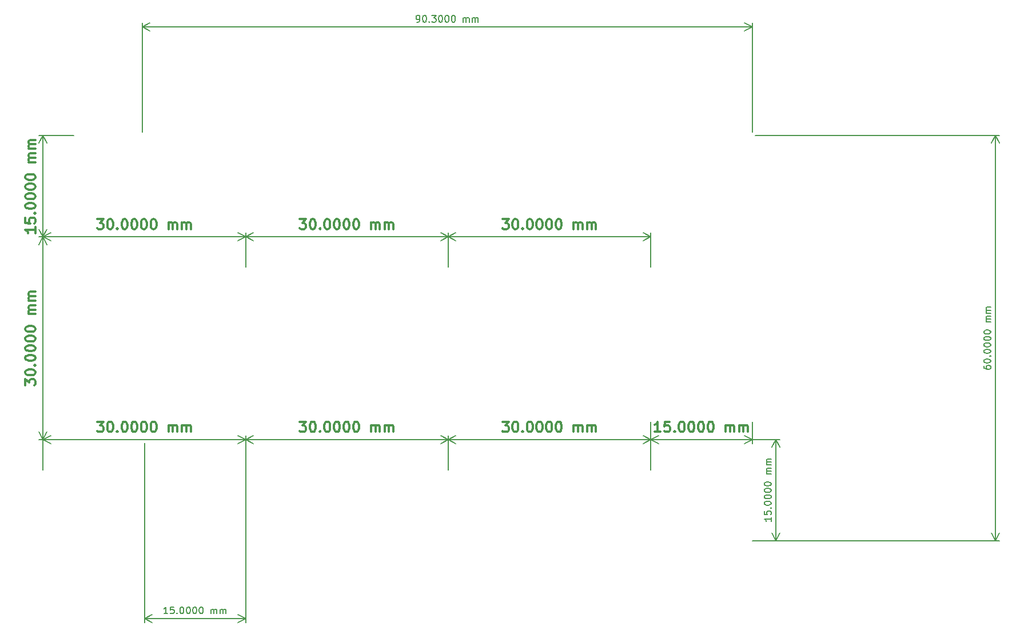
<source format=gbr>
%TF.GenerationSoftware,KiCad,Pcbnew,7.0.9-7.0.9~ubuntu22.04.1*%
%TF.CreationDate,2023-12-20T21:39:59+00:00*%
%TF.ProjectId,green_uv_led_pcb,67726565-6e5f-4757-965f-6c65645f7063,rev?*%
%TF.SameCoordinates,Original*%
%TF.FileFunction,Other,ECO1*%
%FSLAX46Y46*%
G04 Gerber Fmt 4.6, Leading zero omitted, Abs format (unit mm)*
G04 Created by KiCad (PCBNEW 7.0.9-7.0.9~ubuntu22.04.1) date 2023-12-20 21:39:59*
%MOMM*%
%LPD*%
G01*
G04 APERTURE LIST*
%ADD10C,0.300000*%
%ADD11C,0.200000*%
%ADD12C,0.150000*%
G04 APERTURE END LIST*
D10*
X148000001Y-74378328D02*
X148928573Y-74378328D01*
X148928573Y-74378328D02*
X148428573Y-74949757D01*
X148428573Y-74949757D02*
X148642858Y-74949757D01*
X148642858Y-74949757D02*
X148785716Y-75021185D01*
X148785716Y-75021185D02*
X148857144Y-75092614D01*
X148857144Y-75092614D02*
X148928573Y-75235471D01*
X148928573Y-75235471D02*
X148928573Y-75592614D01*
X148928573Y-75592614D02*
X148857144Y-75735471D01*
X148857144Y-75735471D02*
X148785716Y-75806900D01*
X148785716Y-75806900D02*
X148642858Y-75878328D01*
X148642858Y-75878328D02*
X148214287Y-75878328D01*
X148214287Y-75878328D02*
X148071430Y-75806900D01*
X148071430Y-75806900D02*
X148000001Y-75735471D01*
X149857144Y-74378328D02*
X150000001Y-74378328D01*
X150000001Y-74378328D02*
X150142858Y-74449757D01*
X150142858Y-74449757D02*
X150214287Y-74521185D01*
X150214287Y-74521185D02*
X150285715Y-74664042D01*
X150285715Y-74664042D02*
X150357144Y-74949757D01*
X150357144Y-74949757D02*
X150357144Y-75306900D01*
X150357144Y-75306900D02*
X150285715Y-75592614D01*
X150285715Y-75592614D02*
X150214287Y-75735471D01*
X150214287Y-75735471D02*
X150142858Y-75806900D01*
X150142858Y-75806900D02*
X150000001Y-75878328D01*
X150000001Y-75878328D02*
X149857144Y-75878328D01*
X149857144Y-75878328D02*
X149714287Y-75806900D01*
X149714287Y-75806900D02*
X149642858Y-75735471D01*
X149642858Y-75735471D02*
X149571429Y-75592614D01*
X149571429Y-75592614D02*
X149500001Y-75306900D01*
X149500001Y-75306900D02*
X149500001Y-74949757D01*
X149500001Y-74949757D02*
X149571429Y-74664042D01*
X149571429Y-74664042D02*
X149642858Y-74521185D01*
X149642858Y-74521185D02*
X149714287Y-74449757D01*
X149714287Y-74449757D02*
X149857144Y-74378328D01*
X151000000Y-75735471D02*
X151071429Y-75806900D01*
X151071429Y-75806900D02*
X151000000Y-75878328D01*
X151000000Y-75878328D02*
X150928572Y-75806900D01*
X150928572Y-75806900D02*
X151000000Y-75735471D01*
X151000000Y-75735471D02*
X151000000Y-75878328D01*
X152000001Y-74378328D02*
X152142858Y-74378328D01*
X152142858Y-74378328D02*
X152285715Y-74449757D01*
X152285715Y-74449757D02*
X152357144Y-74521185D01*
X152357144Y-74521185D02*
X152428572Y-74664042D01*
X152428572Y-74664042D02*
X152500001Y-74949757D01*
X152500001Y-74949757D02*
X152500001Y-75306900D01*
X152500001Y-75306900D02*
X152428572Y-75592614D01*
X152428572Y-75592614D02*
X152357144Y-75735471D01*
X152357144Y-75735471D02*
X152285715Y-75806900D01*
X152285715Y-75806900D02*
X152142858Y-75878328D01*
X152142858Y-75878328D02*
X152000001Y-75878328D01*
X152000001Y-75878328D02*
X151857144Y-75806900D01*
X151857144Y-75806900D02*
X151785715Y-75735471D01*
X151785715Y-75735471D02*
X151714286Y-75592614D01*
X151714286Y-75592614D02*
X151642858Y-75306900D01*
X151642858Y-75306900D02*
X151642858Y-74949757D01*
X151642858Y-74949757D02*
X151714286Y-74664042D01*
X151714286Y-74664042D02*
X151785715Y-74521185D01*
X151785715Y-74521185D02*
X151857144Y-74449757D01*
X151857144Y-74449757D02*
X152000001Y-74378328D01*
X153428572Y-74378328D02*
X153571429Y-74378328D01*
X153571429Y-74378328D02*
X153714286Y-74449757D01*
X153714286Y-74449757D02*
X153785715Y-74521185D01*
X153785715Y-74521185D02*
X153857143Y-74664042D01*
X153857143Y-74664042D02*
X153928572Y-74949757D01*
X153928572Y-74949757D02*
X153928572Y-75306900D01*
X153928572Y-75306900D02*
X153857143Y-75592614D01*
X153857143Y-75592614D02*
X153785715Y-75735471D01*
X153785715Y-75735471D02*
X153714286Y-75806900D01*
X153714286Y-75806900D02*
X153571429Y-75878328D01*
X153571429Y-75878328D02*
X153428572Y-75878328D01*
X153428572Y-75878328D02*
X153285715Y-75806900D01*
X153285715Y-75806900D02*
X153214286Y-75735471D01*
X153214286Y-75735471D02*
X153142857Y-75592614D01*
X153142857Y-75592614D02*
X153071429Y-75306900D01*
X153071429Y-75306900D02*
X153071429Y-74949757D01*
X153071429Y-74949757D02*
X153142857Y-74664042D01*
X153142857Y-74664042D02*
X153214286Y-74521185D01*
X153214286Y-74521185D02*
X153285715Y-74449757D01*
X153285715Y-74449757D02*
X153428572Y-74378328D01*
X154857143Y-74378328D02*
X155000000Y-74378328D01*
X155000000Y-74378328D02*
X155142857Y-74449757D01*
X155142857Y-74449757D02*
X155214286Y-74521185D01*
X155214286Y-74521185D02*
X155285714Y-74664042D01*
X155285714Y-74664042D02*
X155357143Y-74949757D01*
X155357143Y-74949757D02*
X155357143Y-75306900D01*
X155357143Y-75306900D02*
X155285714Y-75592614D01*
X155285714Y-75592614D02*
X155214286Y-75735471D01*
X155214286Y-75735471D02*
X155142857Y-75806900D01*
X155142857Y-75806900D02*
X155000000Y-75878328D01*
X155000000Y-75878328D02*
X154857143Y-75878328D01*
X154857143Y-75878328D02*
X154714286Y-75806900D01*
X154714286Y-75806900D02*
X154642857Y-75735471D01*
X154642857Y-75735471D02*
X154571428Y-75592614D01*
X154571428Y-75592614D02*
X154500000Y-75306900D01*
X154500000Y-75306900D02*
X154500000Y-74949757D01*
X154500000Y-74949757D02*
X154571428Y-74664042D01*
X154571428Y-74664042D02*
X154642857Y-74521185D01*
X154642857Y-74521185D02*
X154714286Y-74449757D01*
X154714286Y-74449757D02*
X154857143Y-74378328D01*
X156285714Y-74378328D02*
X156428571Y-74378328D01*
X156428571Y-74378328D02*
X156571428Y-74449757D01*
X156571428Y-74449757D02*
X156642857Y-74521185D01*
X156642857Y-74521185D02*
X156714285Y-74664042D01*
X156714285Y-74664042D02*
X156785714Y-74949757D01*
X156785714Y-74949757D02*
X156785714Y-75306900D01*
X156785714Y-75306900D02*
X156714285Y-75592614D01*
X156714285Y-75592614D02*
X156642857Y-75735471D01*
X156642857Y-75735471D02*
X156571428Y-75806900D01*
X156571428Y-75806900D02*
X156428571Y-75878328D01*
X156428571Y-75878328D02*
X156285714Y-75878328D01*
X156285714Y-75878328D02*
X156142857Y-75806900D01*
X156142857Y-75806900D02*
X156071428Y-75735471D01*
X156071428Y-75735471D02*
X155999999Y-75592614D01*
X155999999Y-75592614D02*
X155928571Y-75306900D01*
X155928571Y-75306900D02*
X155928571Y-74949757D01*
X155928571Y-74949757D02*
X155999999Y-74664042D01*
X155999999Y-74664042D02*
X156071428Y-74521185D01*
X156071428Y-74521185D02*
X156142857Y-74449757D01*
X156142857Y-74449757D02*
X156285714Y-74378328D01*
X158571427Y-75878328D02*
X158571427Y-74878328D01*
X158571427Y-75021185D02*
X158642856Y-74949757D01*
X158642856Y-74949757D02*
X158785713Y-74878328D01*
X158785713Y-74878328D02*
X158999999Y-74878328D01*
X158999999Y-74878328D02*
X159142856Y-74949757D01*
X159142856Y-74949757D02*
X159214285Y-75092614D01*
X159214285Y-75092614D02*
X159214285Y-75878328D01*
X159214285Y-75092614D02*
X159285713Y-74949757D01*
X159285713Y-74949757D02*
X159428570Y-74878328D01*
X159428570Y-74878328D02*
X159642856Y-74878328D01*
X159642856Y-74878328D02*
X159785713Y-74949757D01*
X159785713Y-74949757D02*
X159857142Y-75092614D01*
X159857142Y-75092614D02*
X159857142Y-75878328D01*
X160571427Y-75878328D02*
X160571427Y-74878328D01*
X160571427Y-75021185D02*
X160642856Y-74949757D01*
X160642856Y-74949757D02*
X160785713Y-74878328D01*
X160785713Y-74878328D02*
X160999999Y-74878328D01*
X160999999Y-74878328D02*
X161142856Y-74949757D01*
X161142856Y-74949757D02*
X161214285Y-75092614D01*
X161214285Y-75092614D02*
X161214285Y-75878328D01*
X161214285Y-75092614D02*
X161285713Y-74949757D01*
X161285713Y-74949757D02*
X161428570Y-74878328D01*
X161428570Y-74878328D02*
X161642856Y-74878328D01*
X161642856Y-74878328D02*
X161785713Y-74949757D01*
X161785713Y-74949757D02*
X161857142Y-75092614D01*
X161857142Y-75092614D02*
X161857142Y-75878328D01*
D11*
X140000000Y-81500000D02*
X140000000Y-76413580D01*
X170000000Y-81500000D02*
X170000000Y-76413580D01*
X140000000Y-77000000D02*
X170000000Y-77000000D01*
X140000000Y-77000000D02*
X170000000Y-77000000D01*
X140000000Y-77000000D02*
X141126504Y-76413579D01*
X140000000Y-77000000D02*
X141126504Y-77586421D01*
X170000000Y-77000000D02*
X168873496Y-77586421D01*
X170000000Y-77000000D02*
X168873496Y-76413579D01*
D10*
X148000001Y-104378328D02*
X148928573Y-104378328D01*
X148928573Y-104378328D02*
X148428573Y-104949757D01*
X148428573Y-104949757D02*
X148642858Y-104949757D01*
X148642858Y-104949757D02*
X148785716Y-105021185D01*
X148785716Y-105021185D02*
X148857144Y-105092614D01*
X148857144Y-105092614D02*
X148928573Y-105235471D01*
X148928573Y-105235471D02*
X148928573Y-105592614D01*
X148928573Y-105592614D02*
X148857144Y-105735471D01*
X148857144Y-105735471D02*
X148785716Y-105806900D01*
X148785716Y-105806900D02*
X148642858Y-105878328D01*
X148642858Y-105878328D02*
X148214287Y-105878328D01*
X148214287Y-105878328D02*
X148071430Y-105806900D01*
X148071430Y-105806900D02*
X148000001Y-105735471D01*
X149857144Y-104378328D02*
X150000001Y-104378328D01*
X150000001Y-104378328D02*
X150142858Y-104449757D01*
X150142858Y-104449757D02*
X150214287Y-104521185D01*
X150214287Y-104521185D02*
X150285715Y-104664042D01*
X150285715Y-104664042D02*
X150357144Y-104949757D01*
X150357144Y-104949757D02*
X150357144Y-105306900D01*
X150357144Y-105306900D02*
X150285715Y-105592614D01*
X150285715Y-105592614D02*
X150214287Y-105735471D01*
X150214287Y-105735471D02*
X150142858Y-105806900D01*
X150142858Y-105806900D02*
X150000001Y-105878328D01*
X150000001Y-105878328D02*
X149857144Y-105878328D01*
X149857144Y-105878328D02*
X149714287Y-105806900D01*
X149714287Y-105806900D02*
X149642858Y-105735471D01*
X149642858Y-105735471D02*
X149571429Y-105592614D01*
X149571429Y-105592614D02*
X149500001Y-105306900D01*
X149500001Y-105306900D02*
X149500001Y-104949757D01*
X149500001Y-104949757D02*
X149571429Y-104664042D01*
X149571429Y-104664042D02*
X149642858Y-104521185D01*
X149642858Y-104521185D02*
X149714287Y-104449757D01*
X149714287Y-104449757D02*
X149857144Y-104378328D01*
X151000000Y-105735471D02*
X151071429Y-105806900D01*
X151071429Y-105806900D02*
X151000000Y-105878328D01*
X151000000Y-105878328D02*
X150928572Y-105806900D01*
X150928572Y-105806900D02*
X151000000Y-105735471D01*
X151000000Y-105735471D02*
X151000000Y-105878328D01*
X152000001Y-104378328D02*
X152142858Y-104378328D01*
X152142858Y-104378328D02*
X152285715Y-104449757D01*
X152285715Y-104449757D02*
X152357144Y-104521185D01*
X152357144Y-104521185D02*
X152428572Y-104664042D01*
X152428572Y-104664042D02*
X152500001Y-104949757D01*
X152500001Y-104949757D02*
X152500001Y-105306900D01*
X152500001Y-105306900D02*
X152428572Y-105592614D01*
X152428572Y-105592614D02*
X152357144Y-105735471D01*
X152357144Y-105735471D02*
X152285715Y-105806900D01*
X152285715Y-105806900D02*
X152142858Y-105878328D01*
X152142858Y-105878328D02*
X152000001Y-105878328D01*
X152000001Y-105878328D02*
X151857144Y-105806900D01*
X151857144Y-105806900D02*
X151785715Y-105735471D01*
X151785715Y-105735471D02*
X151714286Y-105592614D01*
X151714286Y-105592614D02*
X151642858Y-105306900D01*
X151642858Y-105306900D02*
X151642858Y-104949757D01*
X151642858Y-104949757D02*
X151714286Y-104664042D01*
X151714286Y-104664042D02*
X151785715Y-104521185D01*
X151785715Y-104521185D02*
X151857144Y-104449757D01*
X151857144Y-104449757D02*
X152000001Y-104378328D01*
X153428572Y-104378328D02*
X153571429Y-104378328D01*
X153571429Y-104378328D02*
X153714286Y-104449757D01*
X153714286Y-104449757D02*
X153785715Y-104521185D01*
X153785715Y-104521185D02*
X153857143Y-104664042D01*
X153857143Y-104664042D02*
X153928572Y-104949757D01*
X153928572Y-104949757D02*
X153928572Y-105306900D01*
X153928572Y-105306900D02*
X153857143Y-105592614D01*
X153857143Y-105592614D02*
X153785715Y-105735471D01*
X153785715Y-105735471D02*
X153714286Y-105806900D01*
X153714286Y-105806900D02*
X153571429Y-105878328D01*
X153571429Y-105878328D02*
X153428572Y-105878328D01*
X153428572Y-105878328D02*
X153285715Y-105806900D01*
X153285715Y-105806900D02*
X153214286Y-105735471D01*
X153214286Y-105735471D02*
X153142857Y-105592614D01*
X153142857Y-105592614D02*
X153071429Y-105306900D01*
X153071429Y-105306900D02*
X153071429Y-104949757D01*
X153071429Y-104949757D02*
X153142857Y-104664042D01*
X153142857Y-104664042D02*
X153214286Y-104521185D01*
X153214286Y-104521185D02*
X153285715Y-104449757D01*
X153285715Y-104449757D02*
X153428572Y-104378328D01*
X154857143Y-104378328D02*
X155000000Y-104378328D01*
X155000000Y-104378328D02*
X155142857Y-104449757D01*
X155142857Y-104449757D02*
X155214286Y-104521185D01*
X155214286Y-104521185D02*
X155285714Y-104664042D01*
X155285714Y-104664042D02*
X155357143Y-104949757D01*
X155357143Y-104949757D02*
X155357143Y-105306900D01*
X155357143Y-105306900D02*
X155285714Y-105592614D01*
X155285714Y-105592614D02*
X155214286Y-105735471D01*
X155214286Y-105735471D02*
X155142857Y-105806900D01*
X155142857Y-105806900D02*
X155000000Y-105878328D01*
X155000000Y-105878328D02*
X154857143Y-105878328D01*
X154857143Y-105878328D02*
X154714286Y-105806900D01*
X154714286Y-105806900D02*
X154642857Y-105735471D01*
X154642857Y-105735471D02*
X154571428Y-105592614D01*
X154571428Y-105592614D02*
X154500000Y-105306900D01*
X154500000Y-105306900D02*
X154500000Y-104949757D01*
X154500000Y-104949757D02*
X154571428Y-104664042D01*
X154571428Y-104664042D02*
X154642857Y-104521185D01*
X154642857Y-104521185D02*
X154714286Y-104449757D01*
X154714286Y-104449757D02*
X154857143Y-104378328D01*
X156285714Y-104378328D02*
X156428571Y-104378328D01*
X156428571Y-104378328D02*
X156571428Y-104449757D01*
X156571428Y-104449757D02*
X156642857Y-104521185D01*
X156642857Y-104521185D02*
X156714285Y-104664042D01*
X156714285Y-104664042D02*
X156785714Y-104949757D01*
X156785714Y-104949757D02*
X156785714Y-105306900D01*
X156785714Y-105306900D02*
X156714285Y-105592614D01*
X156714285Y-105592614D02*
X156642857Y-105735471D01*
X156642857Y-105735471D02*
X156571428Y-105806900D01*
X156571428Y-105806900D02*
X156428571Y-105878328D01*
X156428571Y-105878328D02*
X156285714Y-105878328D01*
X156285714Y-105878328D02*
X156142857Y-105806900D01*
X156142857Y-105806900D02*
X156071428Y-105735471D01*
X156071428Y-105735471D02*
X155999999Y-105592614D01*
X155999999Y-105592614D02*
X155928571Y-105306900D01*
X155928571Y-105306900D02*
X155928571Y-104949757D01*
X155928571Y-104949757D02*
X155999999Y-104664042D01*
X155999999Y-104664042D02*
X156071428Y-104521185D01*
X156071428Y-104521185D02*
X156142857Y-104449757D01*
X156142857Y-104449757D02*
X156285714Y-104378328D01*
X158571427Y-105878328D02*
X158571427Y-104878328D01*
X158571427Y-105021185D02*
X158642856Y-104949757D01*
X158642856Y-104949757D02*
X158785713Y-104878328D01*
X158785713Y-104878328D02*
X158999999Y-104878328D01*
X158999999Y-104878328D02*
X159142856Y-104949757D01*
X159142856Y-104949757D02*
X159214285Y-105092614D01*
X159214285Y-105092614D02*
X159214285Y-105878328D01*
X159214285Y-105092614D02*
X159285713Y-104949757D01*
X159285713Y-104949757D02*
X159428570Y-104878328D01*
X159428570Y-104878328D02*
X159642856Y-104878328D01*
X159642856Y-104878328D02*
X159785713Y-104949757D01*
X159785713Y-104949757D02*
X159857142Y-105092614D01*
X159857142Y-105092614D02*
X159857142Y-105878328D01*
X160571427Y-105878328D02*
X160571427Y-104878328D01*
X160571427Y-105021185D02*
X160642856Y-104949757D01*
X160642856Y-104949757D02*
X160785713Y-104878328D01*
X160785713Y-104878328D02*
X160999999Y-104878328D01*
X160999999Y-104878328D02*
X161142856Y-104949757D01*
X161142856Y-104949757D02*
X161214285Y-105092614D01*
X161214285Y-105092614D02*
X161214285Y-105878328D01*
X161214285Y-105092614D02*
X161285713Y-104949757D01*
X161285713Y-104949757D02*
X161428570Y-104878328D01*
X161428570Y-104878328D02*
X161642856Y-104878328D01*
X161642856Y-104878328D02*
X161785713Y-104949757D01*
X161785713Y-104949757D02*
X161857142Y-105092614D01*
X161857142Y-105092614D02*
X161857142Y-105878328D01*
D11*
X140000000Y-111500000D02*
X140000000Y-106413580D01*
X170000000Y-111500000D02*
X170000000Y-106413580D01*
X140000000Y-107000000D02*
X170000000Y-107000000D01*
X140000000Y-107000000D02*
X170000000Y-107000000D01*
X140000000Y-107000000D02*
X141126504Y-106413579D01*
X140000000Y-107000000D02*
X141126504Y-107586421D01*
X170000000Y-107000000D02*
X168873496Y-107586421D01*
X170000000Y-107000000D02*
X168873496Y-106413579D01*
D12*
X98452381Y-132804819D02*
X97880953Y-132804819D01*
X98166667Y-132804819D02*
X98166667Y-131804819D01*
X98166667Y-131804819D02*
X98071429Y-131947676D01*
X98071429Y-131947676D02*
X97976191Y-132042914D01*
X97976191Y-132042914D02*
X97880953Y-132090533D01*
X99357143Y-131804819D02*
X98880953Y-131804819D01*
X98880953Y-131804819D02*
X98833334Y-132281009D01*
X98833334Y-132281009D02*
X98880953Y-132233390D01*
X98880953Y-132233390D02*
X98976191Y-132185771D01*
X98976191Y-132185771D02*
X99214286Y-132185771D01*
X99214286Y-132185771D02*
X99309524Y-132233390D01*
X99309524Y-132233390D02*
X99357143Y-132281009D01*
X99357143Y-132281009D02*
X99404762Y-132376247D01*
X99404762Y-132376247D02*
X99404762Y-132614342D01*
X99404762Y-132614342D02*
X99357143Y-132709580D01*
X99357143Y-132709580D02*
X99309524Y-132757200D01*
X99309524Y-132757200D02*
X99214286Y-132804819D01*
X99214286Y-132804819D02*
X98976191Y-132804819D01*
X98976191Y-132804819D02*
X98880953Y-132757200D01*
X98880953Y-132757200D02*
X98833334Y-132709580D01*
X99833334Y-132709580D02*
X99880953Y-132757200D01*
X99880953Y-132757200D02*
X99833334Y-132804819D01*
X99833334Y-132804819D02*
X99785715Y-132757200D01*
X99785715Y-132757200D02*
X99833334Y-132709580D01*
X99833334Y-132709580D02*
X99833334Y-132804819D01*
X100500000Y-131804819D02*
X100595238Y-131804819D01*
X100595238Y-131804819D02*
X100690476Y-131852438D01*
X100690476Y-131852438D02*
X100738095Y-131900057D01*
X100738095Y-131900057D02*
X100785714Y-131995295D01*
X100785714Y-131995295D02*
X100833333Y-132185771D01*
X100833333Y-132185771D02*
X100833333Y-132423866D01*
X100833333Y-132423866D02*
X100785714Y-132614342D01*
X100785714Y-132614342D02*
X100738095Y-132709580D01*
X100738095Y-132709580D02*
X100690476Y-132757200D01*
X100690476Y-132757200D02*
X100595238Y-132804819D01*
X100595238Y-132804819D02*
X100500000Y-132804819D01*
X100500000Y-132804819D02*
X100404762Y-132757200D01*
X100404762Y-132757200D02*
X100357143Y-132709580D01*
X100357143Y-132709580D02*
X100309524Y-132614342D01*
X100309524Y-132614342D02*
X100261905Y-132423866D01*
X100261905Y-132423866D02*
X100261905Y-132185771D01*
X100261905Y-132185771D02*
X100309524Y-131995295D01*
X100309524Y-131995295D02*
X100357143Y-131900057D01*
X100357143Y-131900057D02*
X100404762Y-131852438D01*
X100404762Y-131852438D02*
X100500000Y-131804819D01*
X101452381Y-131804819D02*
X101547619Y-131804819D01*
X101547619Y-131804819D02*
X101642857Y-131852438D01*
X101642857Y-131852438D02*
X101690476Y-131900057D01*
X101690476Y-131900057D02*
X101738095Y-131995295D01*
X101738095Y-131995295D02*
X101785714Y-132185771D01*
X101785714Y-132185771D02*
X101785714Y-132423866D01*
X101785714Y-132423866D02*
X101738095Y-132614342D01*
X101738095Y-132614342D02*
X101690476Y-132709580D01*
X101690476Y-132709580D02*
X101642857Y-132757200D01*
X101642857Y-132757200D02*
X101547619Y-132804819D01*
X101547619Y-132804819D02*
X101452381Y-132804819D01*
X101452381Y-132804819D02*
X101357143Y-132757200D01*
X101357143Y-132757200D02*
X101309524Y-132709580D01*
X101309524Y-132709580D02*
X101261905Y-132614342D01*
X101261905Y-132614342D02*
X101214286Y-132423866D01*
X101214286Y-132423866D02*
X101214286Y-132185771D01*
X101214286Y-132185771D02*
X101261905Y-131995295D01*
X101261905Y-131995295D02*
X101309524Y-131900057D01*
X101309524Y-131900057D02*
X101357143Y-131852438D01*
X101357143Y-131852438D02*
X101452381Y-131804819D01*
X102404762Y-131804819D02*
X102500000Y-131804819D01*
X102500000Y-131804819D02*
X102595238Y-131852438D01*
X102595238Y-131852438D02*
X102642857Y-131900057D01*
X102642857Y-131900057D02*
X102690476Y-131995295D01*
X102690476Y-131995295D02*
X102738095Y-132185771D01*
X102738095Y-132185771D02*
X102738095Y-132423866D01*
X102738095Y-132423866D02*
X102690476Y-132614342D01*
X102690476Y-132614342D02*
X102642857Y-132709580D01*
X102642857Y-132709580D02*
X102595238Y-132757200D01*
X102595238Y-132757200D02*
X102500000Y-132804819D01*
X102500000Y-132804819D02*
X102404762Y-132804819D01*
X102404762Y-132804819D02*
X102309524Y-132757200D01*
X102309524Y-132757200D02*
X102261905Y-132709580D01*
X102261905Y-132709580D02*
X102214286Y-132614342D01*
X102214286Y-132614342D02*
X102166667Y-132423866D01*
X102166667Y-132423866D02*
X102166667Y-132185771D01*
X102166667Y-132185771D02*
X102214286Y-131995295D01*
X102214286Y-131995295D02*
X102261905Y-131900057D01*
X102261905Y-131900057D02*
X102309524Y-131852438D01*
X102309524Y-131852438D02*
X102404762Y-131804819D01*
X103357143Y-131804819D02*
X103452381Y-131804819D01*
X103452381Y-131804819D02*
X103547619Y-131852438D01*
X103547619Y-131852438D02*
X103595238Y-131900057D01*
X103595238Y-131900057D02*
X103642857Y-131995295D01*
X103642857Y-131995295D02*
X103690476Y-132185771D01*
X103690476Y-132185771D02*
X103690476Y-132423866D01*
X103690476Y-132423866D02*
X103642857Y-132614342D01*
X103642857Y-132614342D02*
X103595238Y-132709580D01*
X103595238Y-132709580D02*
X103547619Y-132757200D01*
X103547619Y-132757200D02*
X103452381Y-132804819D01*
X103452381Y-132804819D02*
X103357143Y-132804819D01*
X103357143Y-132804819D02*
X103261905Y-132757200D01*
X103261905Y-132757200D02*
X103214286Y-132709580D01*
X103214286Y-132709580D02*
X103166667Y-132614342D01*
X103166667Y-132614342D02*
X103119048Y-132423866D01*
X103119048Y-132423866D02*
X103119048Y-132185771D01*
X103119048Y-132185771D02*
X103166667Y-131995295D01*
X103166667Y-131995295D02*
X103214286Y-131900057D01*
X103214286Y-131900057D02*
X103261905Y-131852438D01*
X103261905Y-131852438D02*
X103357143Y-131804819D01*
X104880953Y-132804819D02*
X104880953Y-132138152D01*
X104880953Y-132233390D02*
X104928572Y-132185771D01*
X104928572Y-132185771D02*
X105023810Y-132138152D01*
X105023810Y-132138152D02*
X105166667Y-132138152D01*
X105166667Y-132138152D02*
X105261905Y-132185771D01*
X105261905Y-132185771D02*
X105309524Y-132281009D01*
X105309524Y-132281009D02*
X105309524Y-132804819D01*
X105309524Y-132281009D02*
X105357143Y-132185771D01*
X105357143Y-132185771D02*
X105452381Y-132138152D01*
X105452381Y-132138152D02*
X105595238Y-132138152D01*
X105595238Y-132138152D02*
X105690477Y-132185771D01*
X105690477Y-132185771D02*
X105738096Y-132281009D01*
X105738096Y-132281009D02*
X105738096Y-132804819D01*
X106214286Y-132804819D02*
X106214286Y-132138152D01*
X106214286Y-132233390D02*
X106261905Y-132185771D01*
X106261905Y-132185771D02*
X106357143Y-132138152D01*
X106357143Y-132138152D02*
X106500000Y-132138152D01*
X106500000Y-132138152D02*
X106595238Y-132185771D01*
X106595238Y-132185771D02*
X106642857Y-132281009D01*
X106642857Y-132281009D02*
X106642857Y-132804819D01*
X106642857Y-132281009D02*
X106690476Y-132185771D01*
X106690476Y-132185771D02*
X106785714Y-132138152D01*
X106785714Y-132138152D02*
X106928571Y-132138152D01*
X106928571Y-132138152D02*
X107023810Y-132185771D01*
X107023810Y-132185771D02*
X107071429Y-132281009D01*
X107071429Y-132281009D02*
X107071429Y-132804819D01*
X110000000Y-107500000D02*
X110000000Y-134086420D01*
X95000000Y-107500000D02*
X95000000Y-134086420D01*
X110000000Y-133500000D02*
X95000000Y-133500000D01*
X110000000Y-133500000D02*
X95000000Y-133500000D01*
X110000000Y-133500000D02*
X108873496Y-134086421D01*
X110000000Y-133500000D02*
X108873496Y-132913579D01*
X95000000Y-133500000D02*
X96126504Y-132913579D01*
X95000000Y-133500000D02*
X96126504Y-134086421D01*
D10*
X78878328Y-75571426D02*
X78878328Y-76428569D01*
X78878328Y-75999998D02*
X77378328Y-75999998D01*
X77378328Y-75999998D02*
X77592614Y-76142855D01*
X77592614Y-76142855D02*
X77735471Y-76285712D01*
X77735471Y-76285712D02*
X77806900Y-76428569D01*
X77378328Y-74214284D02*
X77378328Y-74928570D01*
X77378328Y-74928570D02*
X78092614Y-74999998D01*
X78092614Y-74999998D02*
X78021185Y-74928570D01*
X78021185Y-74928570D02*
X77949757Y-74785713D01*
X77949757Y-74785713D02*
X77949757Y-74428570D01*
X77949757Y-74428570D02*
X78021185Y-74285713D01*
X78021185Y-74285713D02*
X78092614Y-74214284D01*
X78092614Y-74214284D02*
X78235471Y-74142855D01*
X78235471Y-74142855D02*
X78592614Y-74142855D01*
X78592614Y-74142855D02*
X78735471Y-74214284D01*
X78735471Y-74214284D02*
X78806900Y-74285713D01*
X78806900Y-74285713D02*
X78878328Y-74428570D01*
X78878328Y-74428570D02*
X78878328Y-74785713D01*
X78878328Y-74785713D02*
X78806900Y-74928570D01*
X78806900Y-74928570D02*
X78735471Y-74999998D01*
X78735471Y-73499999D02*
X78806900Y-73428570D01*
X78806900Y-73428570D02*
X78878328Y-73499999D01*
X78878328Y-73499999D02*
X78806900Y-73571427D01*
X78806900Y-73571427D02*
X78735471Y-73499999D01*
X78735471Y-73499999D02*
X78878328Y-73499999D01*
X77378328Y-72499998D02*
X77378328Y-72357141D01*
X77378328Y-72357141D02*
X77449757Y-72214284D01*
X77449757Y-72214284D02*
X77521185Y-72142856D01*
X77521185Y-72142856D02*
X77664042Y-72071427D01*
X77664042Y-72071427D02*
X77949757Y-71999998D01*
X77949757Y-71999998D02*
X78306900Y-71999998D01*
X78306900Y-71999998D02*
X78592614Y-72071427D01*
X78592614Y-72071427D02*
X78735471Y-72142856D01*
X78735471Y-72142856D02*
X78806900Y-72214284D01*
X78806900Y-72214284D02*
X78878328Y-72357141D01*
X78878328Y-72357141D02*
X78878328Y-72499998D01*
X78878328Y-72499998D02*
X78806900Y-72642856D01*
X78806900Y-72642856D02*
X78735471Y-72714284D01*
X78735471Y-72714284D02*
X78592614Y-72785713D01*
X78592614Y-72785713D02*
X78306900Y-72857141D01*
X78306900Y-72857141D02*
X77949757Y-72857141D01*
X77949757Y-72857141D02*
X77664042Y-72785713D01*
X77664042Y-72785713D02*
X77521185Y-72714284D01*
X77521185Y-72714284D02*
X77449757Y-72642856D01*
X77449757Y-72642856D02*
X77378328Y-72499998D01*
X77378328Y-71071427D02*
X77378328Y-70928570D01*
X77378328Y-70928570D02*
X77449757Y-70785713D01*
X77449757Y-70785713D02*
X77521185Y-70714285D01*
X77521185Y-70714285D02*
X77664042Y-70642856D01*
X77664042Y-70642856D02*
X77949757Y-70571427D01*
X77949757Y-70571427D02*
X78306900Y-70571427D01*
X78306900Y-70571427D02*
X78592614Y-70642856D01*
X78592614Y-70642856D02*
X78735471Y-70714285D01*
X78735471Y-70714285D02*
X78806900Y-70785713D01*
X78806900Y-70785713D02*
X78878328Y-70928570D01*
X78878328Y-70928570D02*
X78878328Y-71071427D01*
X78878328Y-71071427D02*
X78806900Y-71214285D01*
X78806900Y-71214285D02*
X78735471Y-71285713D01*
X78735471Y-71285713D02*
X78592614Y-71357142D01*
X78592614Y-71357142D02*
X78306900Y-71428570D01*
X78306900Y-71428570D02*
X77949757Y-71428570D01*
X77949757Y-71428570D02*
X77664042Y-71357142D01*
X77664042Y-71357142D02*
X77521185Y-71285713D01*
X77521185Y-71285713D02*
X77449757Y-71214285D01*
X77449757Y-71214285D02*
X77378328Y-71071427D01*
X77378328Y-69642856D02*
X77378328Y-69499999D01*
X77378328Y-69499999D02*
X77449757Y-69357142D01*
X77449757Y-69357142D02*
X77521185Y-69285714D01*
X77521185Y-69285714D02*
X77664042Y-69214285D01*
X77664042Y-69214285D02*
X77949757Y-69142856D01*
X77949757Y-69142856D02*
X78306900Y-69142856D01*
X78306900Y-69142856D02*
X78592614Y-69214285D01*
X78592614Y-69214285D02*
X78735471Y-69285714D01*
X78735471Y-69285714D02*
X78806900Y-69357142D01*
X78806900Y-69357142D02*
X78878328Y-69499999D01*
X78878328Y-69499999D02*
X78878328Y-69642856D01*
X78878328Y-69642856D02*
X78806900Y-69785714D01*
X78806900Y-69785714D02*
X78735471Y-69857142D01*
X78735471Y-69857142D02*
X78592614Y-69928571D01*
X78592614Y-69928571D02*
X78306900Y-69999999D01*
X78306900Y-69999999D02*
X77949757Y-69999999D01*
X77949757Y-69999999D02*
X77664042Y-69928571D01*
X77664042Y-69928571D02*
X77521185Y-69857142D01*
X77521185Y-69857142D02*
X77449757Y-69785714D01*
X77449757Y-69785714D02*
X77378328Y-69642856D01*
X77378328Y-68214285D02*
X77378328Y-68071428D01*
X77378328Y-68071428D02*
X77449757Y-67928571D01*
X77449757Y-67928571D02*
X77521185Y-67857143D01*
X77521185Y-67857143D02*
X77664042Y-67785714D01*
X77664042Y-67785714D02*
X77949757Y-67714285D01*
X77949757Y-67714285D02*
X78306900Y-67714285D01*
X78306900Y-67714285D02*
X78592614Y-67785714D01*
X78592614Y-67785714D02*
X78735471Y-67857143D01*
X78735471Y-67857143D02*
X78806900Y-67928571D01*
X78806900Y-67928571D02*
X78878328Y-68071428D01*
X78878328Y-68071428D02*
X78878328Y-68214285D01*
X78878328Y-68214285D02*
X78806900Y-68357143D01*
X78806900Y-68357143D02*
X78735471Y-68428571D01*
X78735471Y-68428571D02*
X78592614Y-68500000D01*
X78592614Y-68500000D02*
X78306900Y-68571428D01*
X78306900Y-68571428D02*
X77949757Y-68571428D01*
X77949757Y-68571428D02*
X77664042Y-68500000D01*
X77664042Y-68500000D02*
X77521185Y-68428571D01*
X77521185Y-68428571D02*
X77449757Y-68357143D01*
X77449757Y-68357143D02*
X77378328Y-68214285D01*
X78878328Y-65928572D02*
X77878328Y-65928572D01*
X78021185Y-65928572D02*
X77949757Y-65857143D01*
X77949757Y-65857143D02*
X77878328Y-65714286D01*
X77878328Y-65714286D02*
X77878328Y-65500000D01*
X77878328Y-65500000D02*
X77949757Y-65357143D01*
X77949757Y-65357143D02*
X78092614Y-65285715D01*
X78092614Y-65285715D02*
X78878328Y-65285715D01*
X78092614Y-65285715D02*
X77949757Y-65214286D01*
X77949757Y-65214286D02*
X77878328Y-65071429D01*
X77878328Y-65071429D02*
X77878328Y-64857143D01*
X77878328Y-64857143D02*
X77949757Y-64714286D01*
X77949757Y-64714286D02*
X78092614Y-64642857D01*
X78092614Y-64642857D02*
X78878328Y-64642857D01*
X78878328Y-63928572D02*
X77878328Y-63928572D01*
X78021185Y-63928572D02*
X77949757Y-63857143D01*
X77949757Y-63857143D02*
X77878328Y-63714286D01*
X77878328Y-63714286D02*
X77878328Y-63500000D01*
X77878328Y-63500000D02*
X77949757Y-63357143D01*
X77949757Y-63357143D02*
X78092614Y-63285715D01*
X78092614Y-63285715D02*
X78878328Y-63285715D01*
X78092614Y-63285715D02*
X77949757Y-63214286D01*
X77949757Y-63214286D02*
X77878328Y-63071429D01*
X77878328Y-63071429D02*
X77878328Y-62857143D01*
X77878328Y-62857143D02*
X77949757Y-62714286D01*
X77949757Y-62714286D02*
X78092614Y-62642857D01*
X78092614Y-62642857D02*
X78878328Y-62642857D01*
D11*
X84500000Y-77000000D02*
X79413580Y-77000000D01*
X84500000Y-62000000D02*
X79413580Y-62000000D01*
X80000000Y-77000000D02*
X80000000Y-62000000D01*
X80000000Y-77000000D02*
X80000000Y-62000000D01*
X80000000Y-77000000D02*
X79413579Y-75873496D01*
X80000000Y-77000000D02*
X80586421Y-75873496D01*
X80000000Y-62000000D02*
X80586421Y-63126504D01*
X80000000Y-62000000D02*
X79413579Y-63126504D01*
D10*
X171428573Y-105878328D02*
X170571430Y-105878328D01*
X171000001Y-105878328D02*
X171000001Y-104378328D01*
X171000001Y-104378328D02*
X170857144Y-104592614D01*
X170857144Y-104592614D02*
X170714287Y-104735471D01*
X170714287Y-104735471D02*
X170571430Y-104806900D01*
X172785715Y-104378328D02*
X172071429Y-104378328D01*
X172071429Y-104378328D02*
X172000001Y-105092614D01*
X172000001Y-105092614D02*
X172071429Y-105021185D01*
X172071429Y-105021185D02*
X172214287Y-104949757D01*
X172214287Y-104949757D02*
X172571429Y-104949757D01*
X172571429Y-104949757D02*
X172714287Y-105021185D01*
X172714287Y-105021185D02*
X172785715Y-105092614D01*
X172785715Y-105092614D02*
X172857144Y-105235471D01*
X172857144Y-105235471D02*
X172857144Y-105592614D01*
X172857144Y-105592614D02*
X172785715Y-105735471D01*
X172785715Y-105735471D02*
X172714287Y-105806900D01*
X172714287Y-105806900D02*
X172571429Y-105878328D01*
X172571429Y-105878328D02*
X172214287Y-105878328D01*
X172214287Y-105878328D02*
X172071429Y-105806900D01*
X172071429Y-105806900D02*
X172000001Y-105735471D01*
X173500000Y-105735471D02*
X173571429Y-105806900D01*
X173571429Y-105806900D02*
X173500000Y-105878328D01*
X173500000Y-105878328D02*
X173428572Y-105806900D01*
X173428572Y-105806900D02*
X173500000Y-105735471D01*
X173500000Y-105735471D02*
X173500000Y-105878328D01*
X174500001Y-104378328D02*
X174642858Y-104378328D01*
X174642858Y-104378328D02*
X174785715Y-104449757D01*
X174785715Y-104449757D02*
X174857144Y-104521185D01*
X174857144Y-104521185D02*
X174928572Y-104664042D01*
X174928572Y-104664042D02*
X175000001Y-104949757D01*
X175000001Y-104949757D02*
X175000001Y-105306900D01*
X175000001Y-105306900D02*
X174928572Y-105592614D01*
X174928572Y-105592614D02*
X174857144Y-105735471D01*
X174857144Y-105735471D02*
X174785715Y-105806900D01*
X174785715Y-105806900D02*
X174642858Y-105878328D01*
X174642858Y-105878328D02*
X174500001Y-105878328D01*
X174500001Y-105878328D02*
X174357144Y-105806900D01*
X174357144Y-105806900D02*
X174285715Y-105735471D01*
X174285715Y-105735471D02*
X174214286Y-105592614D01*
X174214286Y-105592614D02*
X174142858Y-105306900D01*
X174142858Y-105306900D02*
X174142858Y-104949757D01*
X174142858Y-104949757D02*
X174214286Y-104664042D01*
X174214286Y-104664042D02*
X174285715Y-104521185D01*
X174285715Y-104521185D02*
X174357144Y-104449757D01*
X174357144Y-104449757D02*
X174500001Y-104378328D01*
X175928572Y-104378328D02*
X176071429Y-104378328D01*
X176071429Y-104378328D02*
X176214286Y-104449757D01*
X176214286Y-104449757D02*
X176285715Y-104521185D01*
X176285715Y-104521185D02*
X176357143Y-104664042D01*
X176357143Y-104664042D02*
X176428572Y-104949757D01*
X176428572Y-104949757D02*
X176428572Y-105306900D01*
X176428572Y-105306900D02*
X176357143Y-105592614D01*
X176357143Y-105592614D02*
X176285715Y-105735471D01*
X176285715Y-105735471D02*
X176214286Y-105806900D01*
X176214286Y-105806900D02*
X176071429Y-105878328D01*
X176071429Y-105878328D02*
X175928572Y-105878328D01*
X175928572Y-105878328D02*
X175785715Y-105806900D01*
X175785715Y-105806900D02*
X175714286Y-105735471D01*
X175714286Y-105735471D02*
X175642857Y-105592614D01*
X175642857Y-105592614D02*
X175571429Y-105306900D01*
X175571429Y-105306900D02*
X175571429Y-104949757D01*
X175571429Y-104949757D02*
X175642857Y-104664042D01*
X175642857Y-104664042D02*
X175714286Y-104521185D01*
X175714286Y-104521185D02*
X175785715Y-104449757D01*
X175785715Y-104449757D02*
X175928572Y-104378328D01*
X177357143Y-104378328D02*
X177500000Y-104378328D01*
X177500000Y-104378328D02*
X177642857Y-104449757D01*
X177642857Y-104449757D02*
X177714286Y-104521185D01*
X177714286Y-104521185D02*
X177785714Y-104664042D01*
X177785714Y-104664042D02*
X177857143Y-104949757D01*
X177857143Y-104949757D02*
X177857143Y-105306900D01*
X177857143Y-105306900D02*
X177785714Y-105592614D01*
X177785714Y-105592614D02*
X177714286Y-105735471D01*
X177714286Y-105735471D02*
X177642857Y-105806900D01*
X177642857Y-105806900D02*
X177500000Y-105878328D01*
X177500000Y-105878328D02*
X177357143Y-105878328D01*
X177357143Y-105878328D02*
X177214286Y-105806900D01*
X177214286Y-105806900D02*
X177142857Y-105735471D01*
X177142857Y-105735471D02*
X177071428Y-105592614D01*
X177071428Y-105592614D02*
X177000000Y-105306900D01*
X177000000Y-105306900D02*
X177000000Y-104949757D01*
X177000000Y-104949757D02*
X177071428Y-104664042D01*
X177071428Y-104664042D02*
X177142857Y-104521185D01*
X177142857Y-104521185D02*
X177214286Y-104449757D01*
X177214286Y-104449757D02*
X177357143Y-104378328D01*
X178785714Y-104378328D02*
X178928571Y-104378328D01*
X178928571Y-104378328D02*
X179071428Y-104449757D01*
X179071428Y-104449757D02*
X179142857Y-104521185D01*
X179142857Y-104521185D02*
X179214285Y-104664042D01*
X179214285Y-104664042D02*
X179285714Y-104949757D01*
X179285714Y-104949757D02*
X179285714Y-105306900D01*
X179285714Y-105306900D02*
X179214285Y-105592614D01*
X179214285Y-105592614D02*
X179142857Y-105735471D01*
X179142857Y-105735471D02*
X179071428Y-105806900D01*
X179071428Y-105806900D02*
X178928571Y-105878328D01*
X178928571Y-105878328D02*
X178785714Y-105878328D01*
X178785714Y-105878328D02*
X178642857Y-105806900D01*
X178642857Y-105806900D02*
X178571428Y-105735471D01*
X178571428Y-105735471D02*
X178499999Y-105592614D01*
X178499999Y-105592614D02*
X178428571Y-105306900D01*
X178428571Y-105306900D02*
X178428571Y-104949757D01*
X178428571Y-104949757D02*
X178499999Y-104664042D01*
X178499999Y-104664042D02*
X178571428Y-104521185D01*
X178571428Y-104521185D02*
X178642857Y-104449757D01*
X178642857Y-104449757D02*
X178785714Y-104378328D01*
X181071427Y-105878328D02*
X181071427Y-104878328D01*
X181071427Y-105021185D02*
X181142856Y-104949757D01*
X181142856Y-104949757D02*
X181285713Y-104878328D01*
X181285713Y-104878328D02*
X181499999Y-104878328D01*
X181499999Y-104878328D02*
X181642856Y-104949757D01*
X181642856Y-104949757D02*
X181714285Y-105092614D01*
X181714285Y-105092614D02*
X181714285Y-105878328D01*
X181714285Y-105092614D02*
X181785713Y-104949757D01*
X181785713Y-104949757D02*
X181928570Y-104878328D01*
X181928570Y-104878328D02*
X182142856Y-104878328D01*
X182142856Y-104878328D02*
X182285713Y-104949757D01*
X182285713Y-104949757D02*
X182357142Y-105092614D01*
X182357142Y-105092614D02*
X182357142Y-105878328D01*
X183071427Y-105878328D02*
X183071427Y-104878328D01*
X183071427Y-105021185D02*
X183142856Y-104949757D01*
X183142856Y-104949757D02*
X183285713Y-104878328D01*
X183285713Y-104878328D02*
X183499999Y-104878328D01*
X183499999Y-104878328D02*
X183642856Y-104949757D01*
X183642856Y-104949757D02*
X183714285Y-105092614D01*
X183714285Y-105092614D02*
X183714285Y-105878328D01*
X183714285Y-105092614D02*
X183785713Y-104949757D01*
X183785713Y-104949757D02*
X183928570Y-104878328D01*
X183928570Y-104878328D02*
X184142856Y-104878328D01*
X184142856Y-104878328D02*
X184285713Y-104949757D01*
X184285713Y-104949757D02*
X184357142Y-105092614D01*
X184357142Y-105092614D02*
X184357142Y-105878328D01*
D11*
X170000000Y-104400000D02*
X170000000Y-107586420D01*
X185000000Y-104400000D02*
X185000000Y-107586420D01*
X170000000Y-107000000D02*
X185000000Y-107000000D01*
X170000000Y-107000000D02*
X185000000Y-107000000D01*
X170000000Y-107000000D02*
X171126504Y-106413579D01*
X170000000Y-107000000D02*
X171126504Y-107586421D01*
X185000000Y-107000000D02*
X183873496Y-107586421D01*
X185000000Y-107000000D02*
X183873496Y-106413579D01*
D10*
X88000001Y-104378328D02*
X88928573Y-104378328D01*
X88928573Y-104378328D02*
X88428573Y-104949757D01*
X88428573Y-104949757D02*
X88642858Y-104949757D01*
X88642858Y-104949757D02*
X88785716Y-105021185D01*
X88785716Y-105021185D02*
X88857144Y-105092614D01*
X88857144Y-105092614D02*
X88928573Y-105235471D01*
X88928573Y-105235471D02*
X88928573Y-105592614D01*
X88928573Y-105592614D02*
X88857144Y-105735471D01*
X88857144Y-105735471D02*
X88785716Y-105806900D01*
X88785716Y-105806900D02*
X88642858Y-105878328D01*
X88642858Y-105878328D02*
X88214287Y-105878328D01*
X88214287Y-105878328D02*
X88071430Y-105806900D01*
X88071430Y-105806900D02*
X88000001Y-105735471D01*
X89857144Y-104378328D02*
X90000001Y-104378328D01*
X90000001Y-104378328D02*
X90142858Y-104449757D01*
X90142858Y-104449757D02*
X90214287Y-104521185D01*
X90214287Y-104521185D02*
X90285715Y-104664042D01*
X90285715Y-104664042D02*
X90357144Y-104949757D01*
X90357144Y-104949757D02*
X90357144Y-105306900D01*
X90357144Y-105306900D02*
X90285715Y-105592614D01*
X90285715Y-105592614D02*
X90214287Y-105735471D01*
X90214287Y-105735471D02*
X90142858Y-105806900D01*
X90142858Y-105806900D02*
X90000001Y-105878328D01*
X90000001Y-105878328D02*
X89857144Y-105878328D01*
X89857144Y-105878328D02*
X89714287Y-105806900D01*
X89714287Y-105806900D02*
X89642858Y-105735471D01*
X89642858Y-105735471D02*
X89571429Y-105592614D01*
X89571429Y-105592614D02*
X89500001Y-105306900D01*
X89500001Y-105306900D02*
X89500001Y-104949757D01*
X89500001Y-104949757D02*
X89571429Y-104664042D01*
X89571429Y-104664042D02*
X89642858Y-104521185D01*
X89642858Y-104521185D02*
X89714287Y-104449757D01*
X89714287Y-104449757D02*
X89857144Y-104378328D01*
X91000000Y-105735471D02*
X91071429Y-105806900D01*
X91071429Y-105806900D02*
X91000000Y-105878328D01*
X91000000Y-105878328D02*
X90928572Y-105806900D01*
X90928572Y-105806900D02*
X91000000Y-105735471D01*
X91000000Y-105735471D02*
X91000000Y-105878328D01*
X92000001Y-104378328D02*
X92142858Y-104378328D01*
X92142858Y-104378328D02*
X92285715Y-104449757D01*
X92285715Y-104449757D02*
X92357144Y-104521185D01*
X92357144Y-104521185D02*
X92428572Y-104664042D01*
X92428572Y-104664042D02*
X92500001Y-104949757D01*
X92500001Y-104949757D02*
X92500001Y-105306900D01*
X92500001Y-105306900D02*
X92428572Y-105592614D01*
X92428572Y-105592614D02*
X92357144Y-105735471D01*
X92357144Y-105735471D02*
X92285715Y-105806900D01*
X92285715Y-105806900D02*
X92142858Y-105878328D01*
X92142858Y-105878328D02*
X92000001Y-105878328D01*
X92000001Y-105878328D02*
X91857144Y-105806900D01*
X91857144Y-105806900D02*
X91785715Y-105735471D01*
X91785715Y-105735471D02*
X91714286Y-105592614D01*
X91714286Y-105592614D02*
X91642858Y-105306900D01*
X91642858Y-105306900D02*
X91642858Y-104949757D01*
X91642858Y-104949757D02*
X91714286Y-104664042D01*
X91714286Y-104664042D02*
X91785715Y-104521185D01*
X91785715Y-104521185D02*
X91857144Y-104449757D01*
X91857144Y-104449757D02*
X92000001Y-104378328D01*
X93428572Y-104378328D02*
X93571429Y-104378328D01*
X93571429Y-104378328D02*
X93714286Y-104449757D01*
X93714286Y-104449757D02*
X93785715Y-104521185D01*
X93785715Y-104521185D02*
X93857143Y-104664042D01*
X93857143Y-104664042D02*
X93928572Y-104949757D01*
X93928572Y-104949757D02*
X93928572Y-105306900D01*
X93928572Y-105306900D02*
X93857143Y-105592614D01*
X93857143Y-105592614D02*
X93785715Y-105735471D01*
X93785715Y-105735471D02*
X93714286Y-105806900D01*
X93714286Y-105806900D02*
X93571429Y-105878328D01*
X93571429Y-105878328D02*
X93428572Y-105878328D01*
X93428572Y-105878328D02*
X93285715Y-105806900D01*
X93285715Y-105806900D02*
X93214286Y-105735471D01*
X93214286Y-105735471D02*
X93142857Y-105592614D01*
X93142857Y-105592614D02*
X93071429Y-105306900D01*
X93071429Y-105306900D02*
X93071429Y-104949757D01*
X93071429Y-104949757D02*
X93142857Y-104664042D01*
X93142857Y-104664042D02*
X93214286Y-104521185D01*
X93214286Y-104521185D02*
X93285715Y-104449757D01*
X93285715Y-104449757D02*
X93428572Y-104378328D01*
X94857143Y-104378328D02*
X95000000Y-104378328D01*
X95000000Y-104378328D02*
X95142857Y-104449757D01*
X95142857Y-104449757D02*
X95214286Y-104521185D01*
X95214286Y-104521185D02*
X95285714Y-104664042D01*
X95285714Y-104664042D02*
X95357143Y-104949757D01*
X95357143Y-104949757D02*
X95357143Y-105306900D01*
X95357143Y-105306900D02*
X95285714Y-105592614D01*
X95285714Y-105592614D02*
X95214286Y-105735471D01*
X95214286Y-105735471D02*
X95142857Y-105806900D01*
X95142857Y-105806900D02*
X95000000Y-105878328D01*
X95000000Y-105878328D02*
X94857143Y-105878328D01*
X94857143Y-105878328D02*
X94714286Y-105806900D01*
X94714286Y-105806900D02*
X94642857Y-105735471D01*
X94642857Y-105735471D02*
X94571428Y-105592614D01*
X94571428Y-105592614D02*
X94500000Y-105306900D01*
X94500000Y-105306900D02*
X94500000Y-104949757D01*
X94500000Y-104949757D02*
X94571428Y-104664042D01*
X94571428Y-104664042D02*
X94642857Y-104521185D01*
X94642857Y-104521185D02*
X94714286Y-104449757D01*
X94714286Y-104449757D02*
X94857143Y-104378328D01*
X96285714Y-104378328D02*
X96428571Y-104378328D01*
X96428571Y-104378328D02*
X96571428Y-104449757D01*
X96571428Y-104449757D02*
X96642857Y-104521185D01*
X96642857Y-104521185D02*
X96714285Y-104664042D01*
X96714285Y-104664042D02*
X96785714Y-104949757D01*
X96785714Y-104949757D02*
X96785714Y-105306900D01*
X96785714Y-105306900D02*
X96714285Y-105592614D01*
X96714285Y-105592614D02*
X96642857Y-105735471D01*
X96642857Y-105735471D02*
X96571428Y-105806900D01*
X96571428Y-105806900D02*
X96428571Y-105878328D01*
X96428571Y-105878328D02*
X96285714Y-105878328D01*
X96285714Y-105878328D02*
X96142857Y-105806900D01*
X96142857Y-105806900D02*
X96071428Y-105735471D01*
X96071428Y-105735471D02*
X95999999Y-105592614D01*
X95999999Y-105592614D02*
X95928571Y-105306900D01*
X95928571Y-105306900D02*
X95928571Y-104949757D01*
X95928571Y-104949757D02*
X95999999Y-104664042D01*
X95999999Y-104664042D02*
X96071428Y-104521185D01*
X96071428Y-104521185D02*
X96142857Y-104449757D01*
X96142857Y-104449757D02*
X96285714Y-104378328D01*
X98571427Y-105878328D02*
X98571427Y-104878328D01*
X98571427Y-105021185D02*
X98642856Y-104949757D01*
X98642856Y-104949757D02*
X98785713Y-104878328D01*
X98785713Y-104878328D02*
X98999999Y-104878328D01*
X98999999Y-104878328D02*
X99142856Y-104949757D01*
X99142856Y-104949757D02*
X99214285Y-105092614D01*
X99214285Y-105092614D02*
X99214285Y-105878328D01*
X99214285Y-105092614D02*
X99285713Y-104949757D01*
X99285713Y-104949757D02*
X99428570Y-104878328D01*
X99428570Y-104878328D02*
X99642856Y-104878328D01*
X99642856Y-104878328D02*
X99785713Y-104949757D01*
X99785713Y-104949757D02*
X99857142Y-105092614D01*
X99857142Y-105092614D02*
X99857142Y-105878328D01*
X100571427Y-105878328D02*
X100571427Y-104878328D01*
X100571427Y-105021185D02*
X100642856Y-104949757D01*
X100642856Y-104949757D02*
X100785713Y-104878328D01*
X100785713Y-104878328D02*
X100999999Y-104878328D01*
X100999999Y-104878328D02*
X101142856Y-104949757D01*
X101142856Y-104949757D02*
X101214285Y-105092614D01*
X101214285Y-105092614D02*
X101214285Y-105878328D01*
X101214285Y-105092614D02*
X101285713Y-104949757D01*
X101285713Y-104949757D02*
X101428570Y-104878328D01*
X101428570Y-104878328D02*
X101642856Y-104878328D01*
X101642856Y-104878328D02*
X101785713Y-104949757D01*
X101785713Y-104949757D02*
X101857142Y-105092614D01*
X101857142Y-105092614D02*
X101857142Y-105878328D01*
D11*
X80000000Y-111500000D02*
X80000000Y-106413580D01*
X110000000Y-111500000D02*
X110000000Y-106413580D01*
X80000000Y-107000000D02*
X110000000Y-107000000D01*
X80000000Y-107000000D02*
X110000000Y-107000000D01*
X80000000Y-107000000D02*
X81126504Y-106413579D01*
X80000000Y-107000000D02*
X81126504Y-107586421D01*
X110000000Y-107000000D02*
X108873496Y-107586421D01*
X110000000Y-107000000D02*
X108873496Y-106413579D01*
D10*
X118000001Y-74378328D02*
X118928573Y-74378328D01*
X118928573Y-74378328D02*
X118428573Y-74949757D01*
X118428573Y-74949757D02*
X118642858Y-74949757D01*
X118642858Y-74949757D02*
X118785716Y-75021185D01*
X118785716Y-75021185D02*
X118857144Y-75092614D01*
X118857144Y-75092614D02*
X118928573Y-75235471D01*
X118928573Y-75235471D02*
X118928573Y-75592614D01*
X118928573Y-75592614D02*
X118857144Y-75735471D01*
X118857144Y-75735471D02*
X118785716Y-75806900D01*
X118785716Y-75806900D02*
X118642858Y-75878328D01*
X118642858Y-75878328D02*
X118214287Y-75878328D01*
X118214287Y-75878328D02*
X118071430Y-75806900D01*
X118071430Y-75806900D02*
X118000001Y-75735471D01*
X119857144Y-74378328D02*
X120000001Y-74378328D01*
X120000001Y-74378328D02*
X120142858Y-74449757D01*
X120142858Y-74449757D02*
X120214287Y-74521185D01*
X120214287Y-74521185D02*
X120285715Y-74664042D01*
X120285715Y-74664042D02*
X120357144Y-74949757D01*
X120357144Y-74949757D02*
X120357144Y-75306900D01*
X120357144Y-75306900D02*
X120285715Y-75592614D01*
X120285715Y-75592614D02*
X120214287Y-75735471D01*
X120214287Y-75735471D02*
X120142858Y-75806900D01*
X120142858Y-75806900D02*
X120000001Y-75878328D01*
X120000001Y-75878328D02*
X119857144Y-75878328D01*
X119857144Y-75878328D02*
X119714287Y-75806900D01*
X119714287Y-75806900D02*
X119642858Y-75735471D01*
X119642858Y-75735471D02*
X119571429Y-75592614D01*
X119571429Y-75592614D02*
X119500001Y-75306900D01*
X119500001Y-75306900D02*
X119500001Y-74949757D01*
X119500001Y-74949757D02*
X119571429Y-74664042D01*
X119571429Y-74664042D02*
X119642858Y-74521185D01*
X119642858Y-74521185D02*
X119714287Y-74449757D01*
X119714287Y-74449757D02*
X119857144Y-74378328D01*
X121000000Y-75735471D02*
X121071429Y-75806900D01*
X121071429Y-75806900D02*
X121000000Y-75878328D01*
X121000000Y-75878328D02*
X120928572Y-75806900D01*
X120928572Y-75806900D02*
X121000000Y-75735471D01*
X121000000Y-75735471D02*
X121000000Y-75878328D01*
X122000001Y-74378328D02*
X122142858Y-74378328D01*
X122142858Y-74378328D02*
X122285715Y-74449757D01*
X122285715Y-74449757D02*
X122357144Y-74521185D01*
X122357144Y-74521185D02*
X122428572Y-74664042D01*
X122428572Y-74664042D02*
X122500001Y-74949757D01*
X122500001Y-74949757D02*
X122500001Y-75306900D01*
X122500001Y-75306900D02*
X122428572Y-75592614D01*
X122428572Y-75592614D02*
X122357144Y-75735471D01*
X122357144Y-75735471D02*
X122285715Y-75806900D01*
X122285715Y-75806900D02*
X122142858Y-75878328D01*
X122142858Y-75878328D02*
X122000001Y-75878328D01*
X122000001Y-75878328D02*
X121857144Y-75806900D01*
X121857144Y-75806900D02*
X121785715Y-75735471D01*
X121785715Y-75735471D02*
X121714286Y-75592614D01*
X121714286Y-75592614D02*
X121642858Y-75306900D01*
X121642858Y-75306900D02*
X121642858Y-74949757D01*
X121642858Y-74949757D02*
X121714286Y-74664042D01*
X121714286Y-74664042D02*
X121785715Y-74521185D01*
X121785715Y-74521185D02*
X121857144Y-74449757D01*
X121857144Y-74449757D02*
X122000001Y-74378328D01*
X123428572Y-74378328D02*
X123571429Y-74378328D01*
X123571429Y-74378328D02*
X123714286Y-74449757D01*
X123714286Y-74449757D02*
X123785715Y-74521185D01*
X123785715Y-74521185D02*
X123857143Y-74664042D01*
X123857143Y-74664042D02*
X123928572Y-74949757D01*
X123928572Y-74949757D02*
X123928572Y-75306900D01*
X123928572Y-75306900D02*
X123857143Y-75592614D01*
X123857143Y-75592614D02*
X123785715Y-75735471D01*
X123785715Y-75735471D02*
X123714286Y-75806900D01*
X123714286Y-75806900D02*
X123571429Y-75878328D01*
X123571429Y-75878328D02*
X123428572Y-75878328D01*
X123428572Y-75878328D02*
X123285715Y-75806900D01*
X123285715Y-75806900D02*
X123214286Y-75735471D01*
X123214286Y-75735471D02*
X123142857Y-75592614D01*
X123142857Y-75592614D02*
X123071429Y-75306900D01*
X123071429Y-75306900D02*
X123071429Y-74949757D01*
X123071429Y-74949757D02*
X123142857Y-74664042D01*
X123142857Y-74664042D02*
X123214286Y-74521185D01*
X123214286Y-74521185D02*
X123285715Y-74449757D01*
X123285715Y-74449757D02*
X123428572Y-74378328D01*
X124857143Y-74378328D02*
X125000000Y-74378328D01*
X125000000Y-74378328D02*
X125142857Y-74449757D01*
X125142857Y-74449757D02*
X125214286Y-74521185D01*
X125214286Y-74521185D02*
X125285714Y-74664042D01*
X125285714Y-74664042D02*
X125357143Y-74949757D01*
X125357143Y-74949757D02*
X125357143Y-75306900D01*
X125357143Y-75306900D02*
X125285714Y-75592614D01*
X125285714Y-75592614D02*
X125214286Y-75735471D01*
X125214286Y-75735471D02*
X125142857Y-75806900D01*
X125142857Y-75806900D02*
X125000000Y-75878328D01*
X125000000Y-75878328D02*
X124857143Y-75878328D01*
X124857143Y-75878328D02*
X124714286Y-75806900D01*
X124714286Y-75806900D02*
X124642857Y-75735471D01*
X124642857Y-75735471D02*
X124571428Y-75592614D01*
X124571428Y-75592614D02*
X124500000Y-75306900D01*
X124500000Y-75306900D02*
X124500000Y-74949757D01*
X124500000Y-74949757D02*
X124571428Y-74664042D01*
X124571428Y-74664042D02*
X124642857Y-74521185D01*
X124642857Y-74521185D02*
X124714286Y-74449757D01*
X124714286Y-74449757D02*
X124857143Y-74378328D01*
X126285714Y-74378328D02*
X126428571Y-74378328D01*
X126428571Y-74378328D02*
X126571428Y-74449757D01*
X126571428Y-74449757D02*
X126642857Y-74521185D01*
X126642857Y-74521185D02*
X126714285Y-74664042D01*
X126714285Y-74664042D02*
X126785714Y-74949757D01*
X126785714Y-74949757D02*
X126785714Y-75306900D01*
X126785714Y-75306900D02*
X126714285Y-75592614D01*
X126714285Y-75592614D02*
X126642857Y-75735471D01*
X126642857Y-75735471D02*
X126571428Y-75806900D01*
X126571428Y-75806900D02*
X126428571Y-75878328D01*
X126428571Y-75878328D02*
X126285714Y-75878328D01*
X126285714Y-75878328D02*
X126142857Y-75806900D01*
X126142857Y-75806900D02*
X126071428Y-75735471D01*
X126071428Y-75735471D02*
X125999999Y-75592614D01*
X125999999Y-75592614D02*
X125928571Y-75306900D01*
X125928571Y-75306900D02*
X125928571Y-74949757D01*
X125928571Y-74949757D02*
X125999999Y-74664042D01*
X125999999Y-74664042D02*
X126071428Y-74521185D01*
X126071428Y-74521185D02*
X126142857Y-74449757D01*
X126142857Y-74449757D02*
X126285714Y-74378328D01*
X128571427Y-75878328D02*
X128571427Y-74878328D01*
X128571427Y-75021185D02*
X128642856Y-74949757D01*
X128642856Y-74949757D02*
X128785713Y-74878328D01*
X128785713Y-74878328D02*
X128999999Y-74878328D01*
X128999999Y-74878328D02*
X129142856Y-74949757D01*
X129142856Y-74949757D02*
X129214285Y-75092614D01*
X129214285Y-75092614D02*
X129214285Y-75878328D01*
X129214285Y-75092614D02*
X129285713Y-74949757D01*
X129285713Y-74949757D02*
X129428570Y-74878328D01*
X129428570Y-74878328D02*
X129642856Y-74878328D01*
X129642856Y-74878328D02*
X129785713Y-74949757D01*
X129785713Y-74949757D02*
X129857142Y-75092614D01*
X129857142Y-75092614D02*
X129857142Y-75878328D01*
X130571427Y-75878328D02*
X130571427Y-74878328D01*
X130571427Y-75021185D02*
X130642856Y-74949757D01*
X130642856Y-74949757D02*
X130785713Y-74878328D01*
X130785713Y-74878328D02*
X130999999Y-74878328D01*
X130999999Y-74878328D02*
X131142856Y-74949757D01*
X131142856Y-74949757D02*
X131214285Y-75092614D01*
X131214285Y-75092614D02*
X131214285Y-75878328D01*
X131214285Y-75092614D02*
X131285713Y-74949757D01*
X131285713Y-74949757D02*
X131428570Y-74878328D01*
X131428570Y-74878328D02*
X131642856Y-74878328D01*
X131642856Y-74878328D02*
X131785713Y-74949757D01*
X131785713Y-74949757D02*
X131857142Y-75092614D01*
X131857142Y-75092614D02*
X131857142Y-75878328D01*
D11*
X110000000Y-81500000D02*
X110000000Y-76413580D01*
X140000000Y-81500000D02*
X140000000Y-76413580D01*
X110000000Y-77000000D02*
X140000000Y-77000000D01*
X110000000Y-77000000D02*
X140000000Y-77000000D01*
X110000000Y-77000000D02*
X111126504Y-76413579D01*
X110000000Y-77000000D02*
X111126504Y-77586421D01*
X140000000Y-77000000D02*
X138873496Y-77586421D01*
X140000000Y-77000000D02*
X138873496Y-76413579D01*
D10*
X77378328Y-98999998D02*
X77378328Y-98071426D01*
X77378328Y-98071426D02*
X77949757Y-98571426D01*
X77949757Y-98571426D02*
X77949757Y-98357141D01*
X77949757Y-98357141D02*
X78021185Y-98214284D01*
X78021185Y-98214284D02*
X78092614Y-98142855D01*
X78092614Y-98142855D02*
X78235471Y-98071426D01*
X78235471Y-98071426D02*
X78592614Y-98071426D01*
X78592614Y-98071426D02*
X78735471Y-98142855D01*
X78735471Y-98142855D02*
X78806900Y-98214284D01*
X78806900Y-98214284D02*
X78878328Y-98357141D01*
X78878328Y-98357141D02*
X78878328Y-98785712D01*
X78878328Y-98785712D02*
X78806900Y-98928569D01*
X78806900Y-98928569D02*
X78735471Y-98999998D01*
X77378328Y-97142855D02*
X77378328Y-96999998D01*
X77378328Y-96999998D02*
X77449757Y-96857141D01*
X77449757Y-96857141D02*
X77521185Y-96785713D01*
X77521185Y-96785713D02*
X77664042Y-96714284D01*
X77664042Y-96714284D02*
X77949757Y-96642855D01*
X77949757Y-96642855D02*
X78306900Y-96642855D01*
X78306900Y-96642855D02*
X78592614Y-96714284D01*
X78592614Y-96714284D02*
X78735471Y-96785713D01*
X78735471Y-96785713D02*
X78806900Y-96857141D01*
X78806900Y-96857141D02*
X78878328Y-96999998D01*
X78878328Y-96999998D02*
X78878328Y-97142855D01*
X78878328Y-97142855D02*
X78806900Y-97285713D01*
X78806900Y-97285713D02*
X78735471Y-97357141D01*
X78735471Y-97357141D02*
X78592614Y-97428570D01*
X78592614Y-97428570D02*
X78306900Y-97499998D01*
X78306900Y-97499998D02*
X77949757Y-97499998D01*
X77949757Y-97499998D02*
X77664042Y-97428570D01*
X77664042Y-97428570D02*
X77521185Y-97357141D01*
X77521185Y-97357141D02*
X77449757Y-97285713D01*
X77449757Y-97285713D02*
X77378328Y-97142855D01*
X78735471Y-95999999D02*
X78806900Y-95928570D01*
X78806900Y-95928570D02*
X78878328Y-95999999D01*
X78878328Y-95999999D02*
X78806900Y-96071427D01*
X78806900Y-96071427D02*
X78735471Y-95999999D01*
X78735471Y-95999999D02*
X78878328Y-95999999D01*
X77378328Y-94999998D02*
X77378328Y-94857141D01*
X77378328Y-94857141D02*
X77449757Y-94714284D01*
X77449757Y-94714284D02*
X77521185Y-94642856D01*
X77521185Y-94642856D02*
X77664042Y-94571427D01*
X77664042Y-94571427D02*
X77949757Y-94499998D01*
X77949757Y-94499998D02*
X78306900Y-94499998D01*
X78306900Y-94499998D02*
X78592614Y-94571427D01*
X78592614Y-94571427D02*
X78735471Y-94642856D01*
X78735471Y-94642856D02*
X78806900Y-94714284D01*
X78806900Y-94714284D02*
X78878328Y-94857141D01*
X78878328Y-94857141D02*
X78878328Y-94999998D01*
X78878328Y-94999998D02*
X78806900Y-95142856D01*
X78806900Y-95142856D02*
X78735471Y-95214284D01*
X78735471Y-95214284D02*
X78592614Y-95285713D01*
X78592614Y-95285713D02*
X78306900Y-95357141D01*
X78306900Y-95357141D02*
X77949757Y-95357141D01*
X77949757Y-95357141D02*
X77664042Y-95285713D01*
X77664042Y-95285713D02*
X77521185Y-95214284D01*
X77521185Y-95214284D02*
X77449757Y-95142856D01*
X77449757Y-95142856D02*
X77378328Y-94999998D01*
X77378328Y-93571427D02*
X77378328Y-93428570D01*
X77378328Y-93428570D02*
X77449757Y-93285713D01*
X77449757Y-93285713D02*
X77521185Y-93214285D01*
X77521185Y-93214285D02*
X77664042Y-93142856D01*
X77664042Y-93142856D02*
X77949757Y-93071427D01*
X77949757Y-93071427D02*
X78306900Y-93071427D01*
X78306900Y-93071427D02*
X78592614Y-93142856D01*
X78592614Y-93142856D02*
X78735471Y-93214285D01*
X78735471Y-93214285D02*
X78806900Y-93285713D01*
X78806900Y-93285713D02*
X78878328Y-93428570D01*
X78878328Y-93428570D02*
X78878328Y-93571427D01*
X78878328Y-93571427D02*
X78806900Y-93714285D01*
X78806900Y-93714285D02*
X78735471Y-93785713D01*
X78735471Y-93785713D02*
X78592614Y-93857142D01*
X78592614Y-93857142D02*
X78306900Y-93928570D01*
X78306900Y-93928570D02*
X77949757Y-93928570D01*
X77949757Y-93928570D02*
X77664042Y-93857142D01*
X77664042Y-93857142D02*
X77521185Y-93785713D01*
X77521185Y-93785713D02*
X77449757Y-93714285D01*
X77449757Y-93714285D02*
X77378328Y-93571427D01*
X77378328Y-92142856D02*
X77378328Y-91999999D01*
X77378328Y-91999999D02*
X77449757Y-91857142D01*
X77449757Y-91857142D02*
X77521185Y-91785714D01*
X77521185Y-91785714D02*
X77664042Y-91714285D01*
X77664042Y-91714285D02*
X77949757Y-91642856D01*
X77949757Y-91642856D02*
X78306900Y-91642856D01*
X78306900Y-91642856D02*
X78592614Y-91714285D01*
X78592614Y-91714285D02*
X78735471Y-91785714D01*
X78735471Y-91785714D02*
X78806900Y-91857142D01*
X78806900Y-91857142D02*
X78878328Y-91999999D01*
X78878328Y-91999999D02*
X78878328Y-92142856D01*
X78878328Y-92142856D02*
X78806900Y-92285714D01*
X78806900Y-92285714D02*
X78735471Y-92357142D01*
X78735471Y-92357142D02*
X78592614Y-92428571D01*
X78592614Y-92428571D02*
X78306900Y-92499999D01*
X78306900Y-92499999D02*
X77949757Y-92499999D01*
X77949757Y-92499999D02*
X77664042Y-92428571D01*
X77664042Y-92428571D02*
X77521185Y-92357142D01*
X77521185Y-92357142D02*
X77449757Y-92285714D01*
X77449757Y-92285714D02*
X77378328Y-92142856D01*
X77378328Y-90714285D02*
X77378328Y-90571428D01*
X77378328Y-90571428D02*
X77449757Y-90428571D01*
X77449757Y-90428571D02*
X77521185Y-90357143D01*
X77521185Y-90357143D02*
X77664042Y-90285714D01*
X77664042Y-90285714D02*
X77949757Y-90214285D01*
X77949757Y-90214285D02*
X78306900Y-90214285D01*
X78306900Y-90214285D02*
X78592614Y-90285714D01*
X78592614Y-90285714D02*
X78735471Y-90357143D01*
X78735471Y-90357143D02*
X78806900Y-90428571D01*
X78806900Y-90428571D02*
X78878328Y-90571428D01*
X78878328Y-90571428D02*
X78878328Y-90714285D01*
X78878328Y-90714285D02*
X78806900Y-90857143D01*
X78806900Y-90857143D02*
X78735471Y-90928571D01*
X78735471Y-90928571D02*
X78592614Y-91000000D01*
X78592614Y-91000000D02*
X78306900Y-91071428D01*
X78306900Y-91071428D02*
X77949757Y-91071428D01*
X77949757Y-91071428D02*
X77664042Y-91000000D01*
X77664042Y-91000000D02*
X77521185Y-90928571D01*
X77521185Y-90928571D02*
X77449757Y-90857143D01*
X77449757Y-90857143D02*
X77378328Y-90714285D01*
X78878328Y-88428572D02*
X77878328Y-88428572D01*
X78021185Y-88428572D02*
X77949757Y-88357143D01*
X77949757Y-88357143D02*
X77878328Y-88214286D01*
X77878328Y-88214286D02*
X77878328Y-88000000D01*
X77878328Y-88000000D02*
X77949757Y-87857143D01*
X77949757Y-87857143D02*
X78092614Y-87785715D01*
X78092614Y-87785715D02*
X78878328Y-87785715D01*
X78092614Y-87785715D02*
X77949757Y-87714286D01*
X77949757Y-87714286D02*
X77878328Y-87571429D01*
X77878328Y-87571429D02*
X77878328Y-87357143D01*
X77878328Y-87357143D02*
X77949757Y-87214286D01*
X77949757Y-87214286D02*
X78092614Y-87142857D01*
X78092614Y-87142857D02*
X78878328Y-87142857D01*
X78878328Y-86428572D02*
X77878328Y-86428572D01*
X78021185Y-86428572D02*
X77949757Y-86357143D01*
X77949757Y-86357143D02*
X77878328Y-86214286D01*
X77878328Y-86214286D02*
X77878328Y-86000000D01*
X77878328Y-86000000D02*
X77949757Y-85857143D01*
X77949757Y-85857143D02*
X78092614Y-85785715D01*
X78092614Y-85785715D02*
X78878328Y-85785715D01*
X78092614Y-85785715D02*
X77949757Y-85714286D01*
X77949757Y-85714286D02*
X77878328Y-85571429D01*
X77878328Y-85571429D02*
X77878328Y-85357143D01*
X77878328Y-85357143D02*
X77949757Y-85214286D01*
X77949757Y-85214286D02*
X78092614Y-85142857D01*
X78092614Y-85142857D02*
X78878328Y-85142857D01*
D11*
X84500000Y-107000000D02*
X79413580Y-107000000D01*
X84500000Y-77000000D02*
X79413580Y-77000000D01*
X80000000Y-107000000D02*
X80000000Y-77000000D01*
X80000000Y-107000000D02*
X80000000Y-77000000D01*
X80000000Y-107000000D02*
X79413579Y-105873496D01*
X80000000Y-107000000D02*
X80586421Y-105873496D01*
X80000000Y-77000000D02*
X80586421Y-78126504D01*
X80000000Y-77000000D02*
X79413579Y-78126504D01*
D12*
X135326191Y-45204819D02*
X135516667Y-45204819D01*
X135516667Y-45204819D02*
X135611905Y-45157200D01*
X135611905Y-45157200D02*
X135659524Y-45109580D01*
X135659524Y-45109580D02*
X135754762Y-44966723D01*
X135754762Y-44966723D02*
X135802381Y-44776247D01*
X135802381Y-44776247D02*
X135802381Y-44395295D01*
X135802381Y-44395295D02*
X135754762Y-44300057D01*
X135754762Y-44300057D02*
X135707143Y-44252438D01*
X135707143Y-44252438D02*
X135611905Y-44204819D01*
X135611905Y-44204819D02*
X135421429Y-44204819D01*
X135421429Y-44204819D02*
X135326191Y-44252438D01*
X135326191Y-44252438D02*
X135278572Y-44300057D01*
X135278572Y-44300057D02*
X135230953Y-44395295D01*
X135230953Y-44395295D02*
X135230953Y-44633390D01*
X135230953Y-44633390D02*
X135278572Y-44728628D01*
X135278572Y-44728628D02*
X135326191Y-44776247D01*
X135326191Y-44776247D02*
X135421429Y-44823866D01*
X135421429Y-44823866D02*
X135611905Y-44823866D01*
X135611905Y-44823866D02*
X135707143Y-44776247D01*
X135707143Y-44776247D02*
X135754762Y-44728628D01*
X135754762Y-44728628D02*
X135802381Y-44633390D01*
X136421429Y-44204819D02*
X136516667Y-44204819D01*
X136516667Y-44204819D02*
X136611905Y-44252438D01*
X136611905Y-44252438D02*
X136659524Y-44300057D01*
X136659524Y-44300057D02*
X136707143Y-44395295D01*
X136707143Y-44395295D02*
X136754762Y-44585771D01*
X136754762Y-44585771D02*
X136754762Y-44823866D01*
X136754762Y-44823866D02*
X136707143Y-45014342D01*
X136707143Y-45014342D02*
X136659524Y-45109580D01*
X136659524Y-45109580D02*
X136611905Y-45157200D01*
X136611905Y-45157200D02*
X136516667Y-45204819D01*
X136516667Y-45204819D02*
X136421429Y-45204819D01*
X136421429Y-45204819D02*
X136326191Y-45157200D01*
X136326191Y-45157200D02*
X136278572Y-45109580D01*
X136278572Y-45109580D02*
X136230953Y-45014342D01*
X136230953Y-45014342D02*
X136183334Y-44823866D01*
X136183334Y-44823866D02*
X136183334Y-44585771D01*
X136183334Y-44585771D02*
X136230953Y-44395295D01*
X136230953Y-44395295D02*
X136278572Y-44300057D01*
X136278572Y-44300057D02*
X136326191Y-44252438D01*
X136326191Y-44252438D02*
X136421429Y-44204819D01*
X137183334Y-45109580D02*
X137230953Y-45157200D01*
X137230953Y-45157200D02*
X137183334Y-45204819D01*
X137183334Y-45204819D02*
X137135715Y-45157200D01*
X137135715Y-45157200D02*
X137183334Y-45109580D01*
X137183334Y-45109580D02*
X137183334Y-45204819D01*
X137564286Y-44204819D02*
X138183333Y-44204819D01*
X138183333Y-44204819D02*
X137850000Y-44585771D01*
X137850000Y-44585771D02*
X137992857Y-44585771D01*
X137992857Y-44585771D02*
X138088095Y-44633390D01*
X138088095Y-44633390D02*
X138135714Y-44681009D01*
X138135714Y-44681009D02*
X138183333Y-44776247D01*
X138183333Y-44776247D02*
X138183333Y-45014342D01*
X138183333Y-45014342D02*
X138135714Y-45109580D01*
X138135714Y-45109580D02*
X138088095Y-45157200D01*
X138088095Y-45157200D02*
X137992857Y-45204819D01*
X137992857Y-45204819D02*
X137707143Y-45204819D01*
X137707143Y-45204819D02*
X137611905Y-45157200D01*
X137611905Y-45157200D02*
X137564286Y-45109580D01*
X138802381Y-44204819D02*
X138897619Y-44204819D01*
X138897619Y-44204819D02*
X138992857Y-44252438D01*
X138992857Y-44252438D02*
X139040476Y-44300057D01*
X139040476Y-44300057D02*
X139088095Y-44395295D01*
X139088095Y-44395295D02*
X139135714Y-44585771D01*
X139135714Y-44585771D02*
X139135714Y-44823866D01*
X139135714Y-44823866D02*
X139088095Y-45014342D01*
X139088095Y-45014342D02*
X139040476Y-45109580D01*
X139040476Y-45109580D02*
X138992857Y-45157200D01*
X138992857Y-45157200D02*
X138897619Y-45204819D01*
X138897619Y-45204819D02*
X138802381Y-45204819D01*
X138802381Y-45204819D02*
X138707143Y-45157200D01*
X138707143Y-45157200D02*
X138659524Y-45109580D01*
X138659524Y-45109580D02*
X138611905Y-45014342D01*
X138611905Y-45014342D02*
X138564286Y-44823866D01*
X138564286Y-44823866D02*
X138564286Y-44585771D01*
X138564286Y-44585771D02*
X138611905Y-44395295D01*
X138611905Y-44395295D02*
X138659524Y-44300057D01*
X138659524Y-44300057D02*
X138707143Y-44252438D01*
X138707143Y-44252438D02*
X138802381Y-44204819D01*
X139754762Y-44204819D02*
X139850000Y-44204819D01*
X139850000Y-44204819D02*
X139945238Y-44252438D01*
X139945238Y-44252438D02*
X139992857Y-44300057D01*
X139992857Y-44300057D02*
X140040476Y-44395295D01*
X140040476Y-44395295D02*
X140088095Y-44585771D01*
X140088095Y-44585771D02*
X140088095Y-44823866D01*
X140088095Y-44823866D02*
X140040476Y-45014342D01*
X140040476Y-45014342D02*
X139992857Y-45109580D01*
X139992857Y-45109580D02*
X139945238Y-45157200D01*
X139945238Y-45157200D02*
X139850000Y-45204819D01*
X139850000Y-45204819D02*
X139754762Y-45204819D01*
X139754762Y-45204819D02*
X139659524Y-45157200D01*
X139659524Y-45157200D02*
X139611905Y-45109580D01*
X139611905Y-45109580D02*
X139564286Y-45014342D01*
X139564286Y-45014342D02*
X139516667Y-44823866D01*
X139516667Y-44823866D02*
X139516667Y-44585771D01*
X139516667Y-44585771D02*
X139564286Y-44395295D01*
X139564286Y-44395295D02*
X139611905Y-44300057D01*
X139611905Y-44300057D02*
X139659524Y-44252438D01*
X139659524Y-44252438D02*
X139754762Y-44204819D01*
X140707143Y-44204819D02*
X140802381Y-44204819D01*
X140802381Y-44204819D02*
X140897619Y-44252438D01*
X140897619Y-44252438D02*
X140945238Y-44300057D01*
X140945238Y-44300057D02*
X140992857Y-44395295D01*
X140992857Y-44395295D02*
X141040476Y-44585771D01*
X141040476Y-44585771D02*
X141040476Y-44823866D01*
X141040476Y-44823866D02*
X140992857Y-45014342D01*
X140992857Y-45014342D02*
X140945238Y-45109580D01*
X140945238Y-45109580D02*
X140897619Y-45157200D01*
X140897619Y-45157200D02*
X140802381Y-45204819D01*
X140802381Y-45204819D02*
X140707143Y-45204819D01*
X140707143Y-45204819D02*
X140611905Y-45157200D01*
X140611905Y-45157200D02*
X140564286Y-45109580D01*
X140564286Y-45109580D02*
X140516667Y-45014342D01*
X140516667Y-45014342D02*
X140469048Y-44823866D01*
X140469048Y-44823866D02*
X140469048Y-44585771D01*
X140469048Y-44585771D02*
X140516667Y-44395295D01*
X140516667Y-44395295D02*
X140564286Y-44300057D01*
X140564286Y-44300057D02*
X140611905Y-44252438D01*
X140611905Y-44252438D02*
X140707143Y-44204819D01*
X142230953Y-45204819D02*
X142230953Y-44538152D01*
X142230953Y-44633390D02*
X142278572Y-44585771D01*
X142278572Y-44585771D02*
X142373810Y-44538152D01*
X142373810Y-44538152D02*
X142516667Y-44538152D01*
X142516667Y-44538152D02*
X142611905Y-44585771D01*
X142611905Y-44585771D02*
X142659524Y-44681009D01*
X142659524Y-44681009D02*
X142659524Y-45204819D01*
X142659524Y-44681009D02*
X142707143Y-44585771D01*
X142707143Y-44585771D02*
X142802381Y-44538152D01*
X142802381Y-44538152D02*
X142945238Y-44538152D01*
X142945238Y-44538152D02*
X143040477Y-44585771D01*
X143040477Y-44585771D02*
X143088096Y-44681009D01*
X143088096Y-44681009D02*
X143088096Y-45204819D01*
X143564286Y-45204819D02*
X143564286Y-44538152D01*
X143564286Y-44633390D02*
X143611905Y-44585771D01*
X143611905Y-44585771D02*
X143707143Y-44538152D01*
X143707143Y-44538152D02*
X143850000Y-44538152D01*
X143850000Y-44538152D02*
X143945238Y-44585771D01*
X143945238Y-44585771D02*
X143992857Y-44681009D01*
X143992857Y-44681009D02*
X143992857Y-45204819D01*
X143992857Y-44681009D02*
X144040476Y-44585771D01*
X144040476Y-44585771D02*
X144135714Y-44538152D01*
X144135714Y-44538152D02*
X144278571Y-44538152D01*
X144278571Y-44538152D02*
X144373810Y-44585771D01*
X144373810Y-44585771D02*
X144421429Y-44681009D01*
X144421429Y-44681009D02*
X144421429Y-45204819D01*
X94700000Y-61500000D02*
X94700000Y-45313580D01*
X185000000Y-61500000D02*
X185000000Y-45313580D01*
X94700000Y-45900000D02*
X185000000Y-45900000D01*
X94700000Y-45900000D02*
X185000000Y-45900000D01*
X94700000Y-45900000D02*
X95826504Y-45313579D01*
X94700000Y-45900000D02*
X95826504Y-46486421D01*
X185000000Y-45900000D02*
X183873496Y-46486421D01*
X185000000Y-45900000D02*
X183873496Y-45313579D01*
D10*
X88000001Y-74378328D02*
X88928573Y-74378328D01*
X88928573Y-74378328D02*
X88428573Y-74949757D01*
X88428573Y-74949757D02*
X88642858Y-74949757D01*
X88642858Y-74949757D02*
X88785716Y-75021185D01*
X88785716Y-75021185D02*
X88857144Y-75092614D01*
X88857144Y-75092614D02*
X88928573Y-75235471D01*
X88928573Y-75235471D02*
X88928573Y-75592614D01*
X88928573Y-75592614D02*
X88857144Y-75735471D01*
X88857144Y-75735471D02*
X88785716Y-75806900D01*
X88785716Y-75806900D02*
X88642858Y-75878328D01*
X88642858Y-75878328D02*
X88214287Y-75878328D01*
X88214287Y-75878328D02*
X88071430Y-75806900D01*
X88071430Y-75806900D02*
X88000001Y-75735471D01*
X89857144Y-74378328D02*
X90000001Y-74378328D01*
X90000001Y-74378328D02*
X90142858Y-74449757D01*
X90142858Y-74449757D02*
X90214287Y-74521185D01*
X90214287Y-74521185D02*
X90285715Y-74664042D01*
X90285715Y-74664042D02*
X90357144Y-74949757D01*
X90357144Y-74949757D02*
X90357144Y-75306900D01*
X90357144Y-75306900D02*
X90285715Y-75592614D01*
X90285715Y-75592614D02*
X90214287Y-75735471D01*
X90214287Y-75735471D02*
X90142858Y-75806900D01*
X90142858Y-75806900D02*
X90000001Y-75878328D01*
X90000001Y-75878328D02*
X89857144Y-75878328D01*
X89857144Y-75878328D02*
X89714287Y-75806900D01*
X89714287Y-75806900D02*
X89642858Y-75735471D01*
X89642858Y-75735471D02*
X89571429Y-75592614D01*
X89571429Y-75592614D02*
X89500001Y-75306900D01*
X89500001Y-75306900D02*
X89500001Y-74949757D01*
X89500001Y-74949757D02*
X89571429Y-74664042D01*
X89571429Y-74664042D02*
X89642858Y-74521185D01*
X89642858Y-74521185D02*
X89714287Y-74449757D01*
X89714287Y-74449757D02*
X89857144Y-74378328D01*
X91000000Y-75735471D02*
X91071429Y-75806900D01*
X91071429Y-75806900D02*
X91000000Y-75878328D01*
X91000000Y-75878328D02*
X90928572Y-75806900D01*
X90928572Y-75806900D02*
X91000000Y-75735471D01*
X91000000Y-75735471D02*
X91000000Y-75878328D01*
X92000001Y-74378328D02*
X92142858Y-74378328D01*
X92142858Y-74378328D02*
X92285715Y-74449757D01*
X92285715Y-74449757D02*
X92357144Y-74521185D01*
X92357144Y-74521185D02*
X92428572Y-74664042D01*
X92428572Y-74664042D02*
X92500001Y-74949757D01*
X92500001Y-74949757D02*
X92500001Y-75306900D01*
X92500001Y-75306900D02*
X92428572Y-75592614D01*
X92428572Y-75592614D02*
X92357144Y-75735471D01*
X92357144Y-75735471D02*
X92285715Y-75806900D01*
X92285715Y-75806900D02*
X92142858Y-75878328D01*
X92142858Y-75878328D02*
X92000001Y-75878328D01*
X92000001Y-75878328D02*
X91857144Y-75806900D01*
X91857144Y-75806900D02*
X91785715Y-75735471D01*
X91785715Y-75735471D02*
X91714286Y-75592614D01*
X91714286Y-75592614D02*
X91642858Y-75306900D01*
X91642858Y-75306900D02*
X91642858Y-74949757D01*
X91642858Y-74949757D02*
X91714286Y-74664042D01*
X91714286Y-74664042D02*
X91785715Y-74521185D01*
X91785715Y-74521185D02*
X91857144Y-74449757D01*
X91857144Y-74449757D02*
X92000001Y-74378328D01*
X93428572Y-74378328D02*
X93571429Y-74378328D01*
X93571429Y-74378328D02*
X93714286Y-74449757D01*
X93714286Y-74449757D02*
X93785715Y-74521185D01*
X93785715Y-74521185D02*
X93857143Y-74664042D01*
X93857143Y-74664042D02*
X93928572Y-74949757D01*
X93928572Y-74949757D02*
X93928572Y-75306900D01*
X93928572Y-75306900D02*
X93857143Y-75592614D01*
X93857143Y-75592614D02*
X93785715Y-75735471D01*
X93785715Y-75735471D02*
X93714286Y-75806900D01*
X93714286Y-75806900D02*
X93571429Y-75878328D01*
X93571429Y-75878328D02*
X93428572Y-75878328D01*
X93428572Y-75878328D02*
X93285715Y-75806900D01*
X93285715Y-75806900D02*
X93214286Y-75735471D01*
X93214286Y-75735471D02*
X93142857Y-75592614D01*
X93142857Y-75592614D02*
X93071429Y-75306900D01*
X93071429Y-75306900D02*
X93071429Y-74949757D01*
X93071429Y-74949757D02*
X93142857Y-74664042D01*
X93142857Y-74664042D02*
X93214286Y-74521185D01*
X93214286Y-74521185D02*
X93285715Y-74449757D01*
X93285715Y-74449757D02*
X93428572Y-74378328D01*
X94857143Y-74378328D02*
X95000000Y-74378328D01*
X95000000Y-74378328D02*
X95142857Y-74449757D01*
X95142857Y-74449757D02*
X95214286Y-74521185D01*
X95214286Y-74521185D02*
X95285714Y-74664042D01*
X95285714Y-74664042D02*
X95357143Y-74949757D01*
X95357143Y-74949757D02*
X95357143Y-75306900D01*
X95357143Y-75306900D02*
X95285714Y-75592614D01*
X95285714Y-75592614D02*
X95214286Y-75735471D01*
X95214286Y-75735471D02*
X95142857Y-75806900D01*
X95142857Y-75806900D02*
X95000000Y-75878328D01*
X95000000Y-75878328D02*
X94857143Y-75878328D01*
X94857143Y-75878328D02*
X94714286Y-75806900D01*
X94714286Y-75806900D02*
X94642857Y-75735471D01*
X94642857Y-75735471D02*
X94571428Y-75592614D01*
X94571428Y-75592614D02*
X94500000Y-75306900D01*
X94500000Y-75306900D02*
X94500000Y-74949757D01*
X94500000Y-74949757D02*
X94571428Y-74664042D01*
X94571428Y-74664042D02*
X94642857Y-74521185D01*
X94642857Y-74521185D02*
X94714286Y-74449757D01*
X94714286Y-74449757D02*
X94857143Y-74378328D01*
X96285714Y-74378328D02*
X96428571Y-74378328D01*
X96428571Y-74378328D02*
X96571428Y-74449757D01*
X96571428Y-74449757D02*
X96642857Y-74521185D01*
X96642857Y-74521185D02*
X96714285Y-74664042D01*
X96714285Y-74664042D02*
X96785714Y-74949757D01*
X96785714Y-74949757D02*
X96785714Y-75306900D01*
X96785714Y-75306900D02*
X96714285Y-75592614D01*
X96714285Y-75592614D02*
X96642857Y-75735471D01*
X96642857Y-75735471D02*
X96571428Y-75806900D01*
X96571428Y-75806900D02*
X96428571Y-75878328D01*
X96428571Y-75878328D02*
X96285714Y-75878328D01*
X96285714Y-75878328D02*
X96142857Y-75806900D01*
X96142857Y-75806900D02*
X96071428Y-75735471D01*
X96071428Y-75735471D02*
X95999999Y-75592614D01*
X95999999Y-75592614D02*
X95928571Y-75306900D01*
X95928571Y-75306900D02*
X95928571Y-74949757D01*
X95928571Y-74949757D02*
X95999999Y-74664042D01*
X95999999Y-74664042D02*
X96071428Y-74521185D01*
X96071428Y-74521185D02*
X96142857Y-74449757D01*
X96142857Y-74449757D02*
X96285714Y-74378328D01*
X98571427Y-75878328D02*
X98571427Y-74878328D01*
X98571427Y-75021185D02*
X98642856Y-74949757D01*
X98642856Y-74949757D02*
X98785713Y-74878328D01*
X98785713Y-74878328D02*
X98999999Y-74878328D01*
X98999999Y-74878328D02*
X99142856Y-74949757D01*
X99142856Y-74949757D02*
X99214285Y-75092614D01*
X99214285Y-75092614D02*
X99214285Y-75878328D01*
X99214285Y-75092614D02*
X99285713Y-74949757D01*
X99285713Y-74949757D02*
X99428570Y-74878328D01*
X99428570Y-74878328D02*
X99642856Y-74878328D01*
X99642856Y-74878328D02*
X99785713Y-74949757D01*
X99785713Y-74949757D02*
X99857142Y-75092614D01*
X99857142Y-75092614D02*
X99857142Y-75878328D01*
X100571427Y-75878328D02*
X100571427Y-74878328D01*
X100571427Y-75021185D02*
X100642856Y-74949757D01*
X100642856Y-74949757D02*
X100785713Y-74878328D01*
X100785713Y-74878328D02*
X100999999Y-74878328D01*
X100999999Y-74878328D02*
X101142856Y-74949757D01*
X101142856Y-74949757D02*
X101214285Y-75092614D01*
X101214285Y-75092614D02*
X101214285Y-75878328D01*
X101214285Y-75092614D02*
X101285713Y-74949757D01*
X101285713Y-74949757D02*
X101428570Y-74878328D01*
X101428570Y-74878328D02*
X101642856Y-74878328D01*
X101642856Y-74878328D02*
X101785713Y-74949757D01*
X101785713Y-74949757D02*
X101857142Y-75092614D01*
X101857142Y-75092614D02*
X101857142Y-75878328D01*
D11*
X80000000Y-81500000D02*
X80000000Y-76413580D01*
X110000000Y-81500000D02*
X110000000Y-76413580D01*
X80000000Y-77000000D02*
X110000000Y-77000000D01*
X80000000Y-77000000D02*
X110000000Y-77000000D01*
X80000000Y-77000000D02*
X81126504Y-76413579D01*
X80000000Y-77000000D02*
X81126504Y-77586421D01*
X110000000Y-77000000D02*
X108873496Y-77586421D01*
X110000000Y-77000000D02*
X108873496Y-76413579D01*
D12*
X219304819Y-96142856D02*
X219304819Y-96333332D01*
X219304819Y-96333332D02*
X219352438Y-96428570D01*
X219352438Y-96428570D02*
X219400057Y-96476189D01*
X219400057Y-96476189D02*
X219542914Y-96571427D01*
X219542914Y-96571427D02*
X219733390Y-96619046D01*
X219733390Y-96619046D02*
X220114342Y-96619046D01*
X220114342Y-96619046D02*
X220209580Y-96571427D01*
X220209580Y-96571427D02*
X220257200Y-96523808D01*
X220257200Y-96523808D02*
X220304819Y-96428570D01*
X220304819Y-96428570D02*
X220304819Y-96238094D01*
X220304819Y-96238094D02*
X220257200Y-96142856D01*
X220257200Y-96142856D02*
X220209580Y-96095237D01*
X220209580Y-96095237D02*
X220114342Y-96047618D01*
X220114342Y-96047618D02*
X219876247Y-96047618D01*
X219876247Y-96047618D02*
X219781009Y-96095237D01*
X219781009Y-96095237D02*
X219733390Y-96142856D01*
X219733390Y-96142856D02*
X219685771Y-96238094D01*
X219685771Y-96238094D02*
X219685771Y-96428570D01*
X219685771Y-96428570D02*
X219733390Y-96523808D01*
X219733390Y-96523808D02*
X219781009Y-96571427D01*
X219781009Y-96571427D02*
X219876247Y-96619046D01*
X219304819Y-95428570D02*
X219304819Y-95333332D01*
X219304819Y-95333332D02*
X219352438Y-95238094D01*
X219352438Y-95238094D02*
X219400057Y-95190475D01*
X219400057Y-95190475D02*
X219495295Y-95142856D01*
X219495295Y-95142856D02*
X219685771Y-95095237D01*
X219685771Y-95095237D02*
X219923866Y-95095237D01*
X219923866Y-95095237D02*
X220114342Y-95142856D01*
X220114342Y-95142856D02*
X220209580Y-95190475D01*
X220209580Y-95190475D02*
X220257200Y-95238094D01*
X220257200Y-95238094D02*
X220304819Y-95333332D01*
X220304819Y-95333332D02*
X220304819Y-95428570D01*
X220304819Y-95428570D02*
X220257200Y-95523808D01*
X220257200Y-95523808D02*
X220209580Y-95571427D01*
X220209580Y-95571427D02*
X220114342Y-95619046D01*
X220114342Y-95619046D02*
X219923866Y-95666665D01*
X219923866Y-95666665D02*
X219685771Y-95666665D01*
X219685771Y-95666665D02*
X219495295Y-95619046D01*
X219495295Y-95619046D02*
X219400057Y-95571427D01*
X219400057Y-95571427D02*
X219352438Y-95523808D01*
X219352438Y-95523808D02*
X219304819Y-95428570D01*
X220209580Y-94666665D02*
X220257200Y-94619046D01*
X220257200Y-94619046D02*
X220304819Y-94666665D01*
X220304819Y-94666665D02*
X220257200Y-94714284D01*
X220257200Y-94714284D02*
X220209580Y-94666665D01*
X220209580Y-94666665D02*
X220304819Y-94666665D01*
X219304819Y-93999999D02*
X219304819Y-93904761D01*
X219304819Y-93904761D02*
X219352438Y-93809523D01*
X219352438Y-93809523D02*
X219400057Y-93761904D01*
X219400057Y-93761904D02*
X219495295Y-93714285D01*
X219495295Y-93714285D02*
X219685771Y-93666666D01*
X219685771Y-93666666D02*
X219923866Y-93666666D01*
X219923866Y-93666666D02*
X220114342Y-93714285D01*
X220114342Y-93714285D02*
X220209580Y-93761904D01*
X220209580Y-93761904D02*
X220257200Y-93809523D01*
X220257200Y-93809523D02*
X220304819Y-93904761D01*
X220304819Y-93904761D02*
X220304819Y-93999999D01*
X220304819Y-93999999D02*
X220257200Y-94095237D01*
X220257200Y-94095237D02*
X220209580Y-94142856D01*
X220209580Y-94142856D02*
X220114342Y-94190475D01*
X220114342Y-94190475D02*
X219923866Y-94238094D01*
X219923866Y-94238094D02*
X219685771Y-94238094D01*
X219685771Y-94238094D02*
X219495295Y-94190475D01*
X219495295Y-94190475D02*
X219400057Y-94142856D01*
X219400057Y-94142856D02*
X219352438Y-94095237D01*
X219352438Y-94095237D02*
X219304819Y-93999999D01*
X219304819Y-93047618D02*
X219304819Y-92952380D01*
X219304819Y-92952380D02*
X219352438Y-92857142D01*
X219352438Y-92857142D02*
X219400057Y-92809523D01*
X219400057Y-92809523D02*
X219495295Y-92761904D01*
X219495295Y-92761904D02*
X219685771Y-92714285D01*
X219685771Y-92714285D02*
X219923866Y-92714285D01*
X219923866Y-92714285D02*
X220114342Y-92761904D01*
X220114342Y-92761904D02*
X220209580Y-92809523D01*
X220209580Y-92809523D02*
X220257200Y-92857142D01*
X220257200Y-92857142D02*
X220304819Y-92952380D01*
X220304819Y-92952380D02*
X220304819Y-93047618D01*
X220304819Y-93047618D02*
X220257200Y-93142856D01*
X220257200Y-93142856D02*
X220209580Y-93190475D01*
X220209580Y-93190475D02*
X220114342Y-93238094D01*
X220114342Y-93238094D02*
X219923866Y-93285713D01*
X219923866Y-93285713D02*
X219685771Y-93285713D01*
X219685771Y-93285713D02*
X219495295Y-93238094D01*
X219495295Y-93238094D02*
X219400057Y-93190475D01*
X219400057Y-93190475D02*
X219352438Y-93142856D01*
X219352438Y-93142856D02*
X219304819Y-93047618D01*
X219304819Y-92095237D02*
X219304819Y-91999999D01*
X219304819Y-91999999D02*
X219352438Y-91904761D01*
X219352438Y-91904761D02*
X219400057Y-91857142D01*
X219400057Y-91857142D02*
X219495295Y-91809523D01*
X219495295Y-91809523D02*
X219685771Y-91761904D01*
X219685771Y-91761904D02*
X219923866Y-91761904D01*
X219923866Y-91761904D02*
X220114342Y-91809523D01*
X220114342Y-91809523D02*
X220209580Y-91857142D01*
X220209580Y-91857142D02*
X220257200Y-91904761D01*
X220257200Y-91904761D02*
X220304819Y-91999999D01*
X220304819Y-91999999D02*
X220304819Y-92095237D01*
X220304819Y-92095237D02*
X220257200Y-92190475D01*
X220257200Y-92190475D02*
X220209580Y-92238094D01*
X220209580Y-92238094D02*
X220114342Y-92285713D01*
X220114342Y-92285713D02*
X219923866Y-92333332D01*
X219923866Y-92333332D02*
X219685771Y-92333332D01*
X219685771Y-92333332D02*
X219495295Y-92285713D01*
X219495295Y-92285713D02*
X219400057Y-92238094D01*
X219400057Y-92238094D02*
X219352438Y-92190475D01*
X219352438Y-92190475D02*
X219304819Y-92095237D01*
X219304819Y-91142856D02*
X219304819Y-91047618D01*
X219304819Y-91047618D02*
X219352438Y-90952380D01*
X219352438Y-90952380D02*
X219400057Y-90904761D01*
X219400057Y-90904761D02*
X219495295Y-90857142D01*
X219495295Y-90857142D02*
X219685771Y-90809523D01*
X219685771Y-90809523D02*
X219923866Y-90809523D01*
X219923866Y-90809523D02*
X220114342Y-90857142D01*
X220114342Y-90857142D02*
X220209580Y-90904761D01*
X220209580Y-90904761D02*
X220257200Y-90952380D01*
X220257200Y-90952380D02*
X220304819Y-91047618D01*
X220304819Y-91047618D02*
X220304819Y-91142856D01*
X220304819Y-91142856D02*
X220257200Y-91238094D01*
X220257200Y-91238094D02*
X220209580Y-91285713D01*
X220209580Y-91285713D02*
X220114342Y-91333332D01*
X220114342Y-91333332D02*
X219923866Y-91380951D01*
X219923866Y-91380951D02*
X219685771Y-91380951D01*
X219685771Y-91380951D02*
X219495295Y-91333332D01*
X219495295Y-91333332D02*
X219400057Y-91285713D01*
X219400057Y-91285713D02*
X219352438Y-91238094D01*
X219352438Y-91238094D02*
X219304819Y-91142856D01*
X220304819Y-89619046D02*
X219638152Y-89619046D01*
X219733390Y-89619046D02*
X219685771Y-89571427D01*
X219685771Y-89571427D02*
X219638152Y-89476189D01*
X219638152Y-89476189D02*
X219638152Y-89333332D01*
X219638152Y-89333332D02*
X219685771Y-89238094D01*
X219685771Y-89238094D02*
X219781009Y-89190475D01*
X219781009Y-89190475D02*
X220304819Y-89190475D01*
X219781009Y-89190475D02*
X219685771Y-89142856D01*
X219685771Y-89142856D02*
X219638152Y-89047618D01*
X219638152Y-89047618D02*
X219638152Y-88904761D01*
X219638152Y-88904761D02*
X219685771Y-88809522D01*
X219685771Y-88809522D02*
X219781009Y-88761903D01*
X219781009Y-88761903D02*
X220304819Y-88761903D01*
X220304819Y-88285713D02*
X219638152Y-88285713D01*
X219733390Y-88285713D02*
X219685771Y-88238094D01*
X219685771Y-88238094D02*
X219638152Y-88142856D01*
X219638152Y-88142856D02*
X219638152Y-87999999D01*
X219638152Y-87999999D02*
X219685771Y-87904761D01*
X219685771Y-87904761D02*
X219781009Y-87857142D01*
X219781009Y-87857142D02*
X220304819Y-87857142D01*
X219781009Y-87857142D02*
X219685771Y-87809523D01*
X219685771Y-87809523D02*
X219638152Y-87714285D01*
X219638152Y-87714285D02*
X219638152Y-87571428D01*
X219638152Y-87571428D02*
X219685771Y-87476189D01*
X219685771Y-87476189D02*
X219781009Y-87428570D01*
X219781009Y-87428570D02*
X220304819Y-87428570D01*
X185500000Y-62000000D02*
X221586420Y-62000000D01*
X185500000Y-122000000D02*
X221586420Y-122000000D01*
X221000000Y-62000000D02*
X221000000Y-122000000D01*
X221000000Y-62000000D02*
X221000000Y-122000000D01*
X221000000Y-62000000D02*
X221586421Y-63126504D01*
X221000000Y-62000000D02*
X220413579Y-63126504D01*
X221000000Y-122000000D02*
X220413579Y-120873496D01*
X221000000Y-122000000D02*
X221586421Y-120873496D01*
X187804819Y-118547618D02*
X187804819Y-119119046D01*
X187804819Y-118833332D02*
X186804819Y-118833332D01*
X186804819Y-118833332D02*
X186947676Y-118928570D01*
X186947676Y-118928570D02*
X187042914Y-119023808D01*
X187042914Y-119023808D02*
X187090533Y-119119046D01*
X186804819Y-117642856D02*
X186804819Y-118119046D01*
X186804819Y-118119046D02*
X187281009Y-118166665D01*
X187281009Y-118166665D02*
X187233390Y-118119046D01*
X187233390Y-118119046D02*
X187185771Y-118023808D01*
X187185771Y-118023808D02*
X187185771Y-117785713D01*
X187185771Y-117785713D02*
X187233390Y-117690475D01*
X187233390Y-117690475D02*
X187281009Y-117642856D01*
X187281009Y-117642856D02*
X187376247Y-117595237D01*
X187376247Y-117595237D02*
X187614342Y-117595237D01*
X187614342Y-117595237D02*
X187709580Y-117642856D01*
X187709580Y-117642856D02*
X187757200Y-117690475D01*
X187757200Y-117690475D02*
X187804819Y-117785713D01*
X187804819Y-117785713D02*
X187804819Y-118023808D01*
X187804819Y-118023808D02*
X187757200Y-118119046D01*
X187757200Y-118119046D02*
X187709580Y-118166665D01*
X187709580Y-117166665D02*
X187757200Y-117119046D01*
X187757200Y-117119046D02*
X187804819Y-117166665D01*
X187804819Y-117166665D02*
X187757200Y-117214284D01*
X187757200Y-117214284D02*
X187709580Y-117166665D01*
X187709580Y-117166665D02*
X187804819Y-117166665D01*
X186804819Y-116499999D02*
X186804819Y-116404761D01*
X186804819Y-116404761D02*
X186852438Y-116309523D01*
X186852438Y-116309523D02*
X186900057Y-116261904D01*
X186900057Y-116261904D02*
X186995295Y-116214285D01*
X186995295Y-116214285D02*
X187185771Y-116166666D01*
X187185771Y-116166666D02*
X187423866Y-116166666D01*
X187423866Y-116166666D02*
X187614342Y-116214285D01*
X187614342Y-116214285D02*
X187709580Y-116261904D01*
X187709580Y-116261904D02*
X187757200Y-116309523D01*
X187757200Y-116309523D02*
X187804819Y-116404761D01*
X187804819Y-116404761D02*
X187804819Y-116499999D01*
X187804819Y-116499999D02*
X187757200Y-116595237D01*
X187757200Y-116595237D02*
X187709580Y-116642856D01*
X187709580Y-116642856D02*
X187614342Y-116690475D01*
X187614342Y-116690475D02*
X187423866Y-116738094D01*
X187423866Y-116738094D02*
X187185771Y-116738094D01*
X187185771Y-116738094D02*
X186995295Y-116690475D01*
X186995295Y-116690475D02*
X186900057Y-116642856D01*
X186900057Y-116642856D02*
X186852438Y-116595237D01*
X186852438Y-116595237D02*
X186804819Y-116499999D01*
X186804819Y-115547618D02*
X186804819Y-115452380D01*
X186804819Y-115452380D02*
X186852438Y-115357142D01*
X186852438Y-115357142D02*
X186900057Y-115309523D01*
X186900057Y-115309523D02*
X186995295Y-115261904D01*
X186995295Y-115261904D02*
X187185771Y-115214285D01*
X187185771Y-115214285D02*
X187423866Y-115214285D01*
X187423866Y-115214285D02*
X187614342Y-115261904D01*
X187614342Y-115261904D02*
X187709580Y-115309523D01*
X187709580Y-115309523D02*
X187757200Y-115357142D01*
X187757200Y-115357142D02*
X187804819Y-115452380D01*
X187804819Y-115452380D02*
X187804819Y-115547618D01*
X187804819Y-115547618D02*
X187757200Y-115642856D01*
X187757200Y-115642856D02*
X187709580Y-115690475D01*
X187709580Y-115690475D02*
X187614342Y-115738094D01*
X187614342Y-115738094D02*
X187423866Y-115785713D01*
X187423866Y-115785713D02*
X187185771Y-115785713D01*
X187185771Y-115785713D02*
X186995295Y-115738094D01*
X186995295Y-115738094D02*
X186900057Y-115690475D01*
X186900057Y-115690475D02*
X186852438Y-115642856D01*
X186852438Y-115642856D02*
X186804819Y-115547618D01*
X186804819Y-114595237D02*
X186804819Y-114499999D01*
X186804819Y-114499999D02*
X186852438Y-114404761D01*
X186852438Y-114404761D02*
X186900057Y-114357142D01*
X186900057Y-114357142D02*
X186995295Y-114309523D01*
X186995295Y-114309523D02*
X187185771Y-114261904D01*
X187185771Y-114261904D02*
X187423866Y-114261904D01*
X187423866Y-114261904D02*
X187614342Y-114309523D01*
X187614342Y-114309523D02*
X187709580Y-114357142D01*
X187709580Y-114357142D02*
X187757200Y-114404761D01*
X187757200Y-114404761D02*
X187804819Y-114499999D01*
X187804819Y-114499999D02*
X187804819Y-114595237D01*
X187804819Y-114595237D02*
X187757200Y-114690475D01*
X187757200Y-114690475D02*
X187709580Y-114738094D01*
X187709580Y-114738094D02*
X187614342Y-114785713D01*
X187614342Y-114785713D02*
X187423866Y-114833332D01*
X187423866Y-114833332D02*
X187185771Y-114833332D01*
X187185771Y-114833332D02*
X186995295Y-114785713D01*
X186995295Y-114785713D02*
X186900057Y-114738094D01*
X186900057Y-114738094D02*
X186852438Y-114690475D01*
X186852438Y-114690475D02*
X186804819Y-114595237D01*
X186804819Y-113642856D02*
X186804819Y-113547618D01*
X186804819Y-113547618D02*
X186852438Y-113452380D01*
X186852438Y-113452380D02*
X186900057Y-113404761D01*
X186900057Y-113404761D02*
X186995295Y-113357142D01*
X186995295Y-113357142D02*
X187185771Y-113309523D01*
X187185771Y-113309523D02*
X187423866Y-113309523D01*
X187423866Y-113309523D02*
X187614342Y-113357142D01*
X187614342Y-113357142D02*
X187709580Y-113404761D01*
X187709580Y-113404761D02*
X187757200Y-113452380D01*
X187757200Y-113452380D02*
X187804819Y-113547618D01*
X187804819Y-113547618D02*
X187804819Y-113642856D01*
X187804819Y-113642856D02*
X187757200Y-113738094D01*
X187757200Y-113738094D02*
X187709580Y-113785713D01*
X187709580Y-113785713D02*
X187614342Y-113833332D01*
X187614342Y-113833332D02*
X187423866Y-113880951D01*
X187423866Y-113880951D02*
X187185771Y-113880951D01*
X187185771Y-113880951D02*
X186995295Y-113833332D01*
X186995295Y-113833332D02*
X186900057Y-113785713D01*
X186900057Y-113785713D02*
X186852438Y-113738094D01*
X186852438Y-113738094D02*
X186804819Y-113642856D01*
X187804819Y-112119046D02*
X187138152Y-112119046D01*
X187233390Y-112119046D02*
X187185771Y-112071427D01*
X187185771Y-112071427D02*
X187138152Y-111976189D01*
X187138152Y-111976189D02*
X187138152Y-111833332D01*
X187138152Y-111833332D02*
X187185771Y-111738094D01*
X187185771Y-111738094D02*
X187281009Y-111690475D01*
X187281009Y-111690475D02*
X187804819Y-111690475D01*
X187281009Y-111690475D02*
X187185771Y-111642856D01*
X187185771Y-111642856D02*
X187138152Y-111547618D01*
X187138152Y-111547618D02*
X187138152Y-111404761D01*
X187138152Y-111404761D02*
X187185771Y-111309522D01*
X187185771Y-111309522D02*
X187281009Y-111261903D01*
X187281009Y-111261903D02*
X187804819Y-111261903D01*
X187804819Y-110785713D02*
X187138152Y-110785713D01*
X187233390Y-110785713D02*
X187185771Y-110738094D01*
X187185771Y-110738094D02*
X187138152Y-110642856D01*
X187138152Y-110642856D02*
X187138152Y-110499999D01*
X187138152Y-110499999D02*
X187185771Y-110404761D01*
X187185771Y-110404761D02*
X187281009Y-110357142D01*
X187281009Y-110357142D02*
X187804819Y-110357142D01*
X187281009Y-110357142D02*
X187185771Y-110309523D01*
X187185771Y-110309523D02*
X187138152Y-110214285D01*
X187138152Y-110214285D02*
X187138152Y-110071428D01*
X187138152Y-110071428D02*
X187185771Y-109976189D01*
X187185771Y-109976189D02*
X187281009Y-109928570D01*
X187281009Y-109928570D02*
X187804819Y-109928570D01*
X185000000Y-107000000D02*
X189086420Y-107000000D01*
X185000000Y-122000000D02*
X189086420Y-122000000D01*
X188500000Y-107000000D02*
X188500000Y-122000000D01*
X188500000Y-107000000D02*
X188500000Y-122000000D01*
X188500000Y-107000000D02*
X189086421Y-108126504D01*
X188500000Y-107000000D02*
X187913579Y-108126504D01*
X188500000Y-122000000D02*
X187913579Y-120873496D01*
X188500000Y-122000000D02*
X189086421Y-120873496D01*
D10*
X118000001Y-104378328D02*
X118928573Y-104378328D01*
X118928573Y-104378328D02*
X118428573Y-104949757D01*
X118428573Y-104949757D02*
X118642858Y-104949757D01*
X118642858Y-104949757D02*
X118785716Y-105021185D01*
X118785716Y-105021185D02*
X118857144Y-105092614D01*
X118857144Y-105092614D02*
X118928573Y-105235471D01*
X118928573Y-105235471D02*
X118928573Y-105592614D01*
X118928573Y-105592614D02*
X118857144Y-105735471D01*
X118857144Y-105735471D02*
X118785716Y-105806900D01*
X118785716Y-105806900D02*
X118642858Y-105878328D01*
X118642858Y-105878328D02*
X118214287Y-105878328D01*
X118214287Y-105878328D02*
X118071430Y-105806900D01*
X118071430Y-105806900D02*
X118000001Y-105735471D01*
X119857144Y-104378328D02*
X120000001Y-104378328D01*
X120000001Y-104378328D02*
X120142858Y-104449757D01*
X120142858Y-104449757D02*
X120214287Y-104521185D01*
X120214287Y-104521185D02*
X120285715Y-104664042D01*
X120285715Y-104664042D02*
X120357144Y-104949757D01*
X120357144Y-104949757D02*
X120357144Y-105306900D01*
X120357144Y-105306900D02*
X120285715Y-105592614D01*
X120285715Y-105592614D02*
X120214287Y-105735471D01*
X120214287Y-105735471D02*
X120142858Y-105806900D01*
X120142858Y-105806900D02*
X120000001Y-105878328D01*
X120000001Y-105878328D02*
X119857144Y-105878328D01*
X119857144Y-105878328D02*
X119714287Y-105806900D01*
X119714287Y-105806900D02*
X119642858Y-105735471D01*
X119642858Y-105735471D02*
X119571429Y-105592614D01*
X119571429Y-105592614D02*
X119500001Y-105306900D01*
X119500001Y-105306900D02*
X119500001Y-104949757D01*
X119500001Y-104949757D02*
X119571429Y-104664042D01*
X119571429Y-104664042D02*
X119642858Y-104521185D01*
X119642858Y-104521185D02*
X119714287Y-104449757D01*
X119714287Y-104449757D02*
X119857144Y-104378328D01*
X121000000Y-105735471D02*
X121071429Y-105806900D01*
X121071429Y-105806900D02*
X121000000Y-105878328D01*
X121000000Y-105878328D02*
X120928572Y-105806900D01*
X120928572Y-105806900D02*
X121000000Y-105735471D01*
X121000000Y-105735471D02*
X121000000Y-105878328D01*
X122000001Y-104378328D02*
X122142858Y-104378328D01*
X122142858Y-104378328D02*
X122285715Y-104449757D01*
X122285715Y-104449757D02*
X122357144Y-104521185D01*
X122357144Y-104521185D02*
X122428572Y-104664042D01*
X122428572Y-104664042D02*
X122500001Y-104949757D01*
X122500001Y-104949757D02*
X122500001Y-105306900D01*
X122500001Y-105306900D02*
X122428572Y-105592614D01*
X122428572Y-105592614D02*
X122357144Y-105735471D01*
X122357144Y-105735471D02*
X122285715Y-105806900D01*
X122285715Y-105806900D02*
X122142858Y-105878328D01*
X122142858Y-105878328D02*
X122000001Y-105878328D01*
X122000001Y-105878328D02*
X121857144Y-105806900D01*
X121857144Y-105806900D02*
X121785715Y-105735471D01*
X121785715Y-105735471D02*
X121714286Y-105592614D01*
X121714286Y-105592614D02*
X121642858Y-105306900D01*
X121642858Y-105306900D02*
X121642858Y-104949757D01*
X121642858Y-104949757D02*
X121714286Y-104664042D01*
X121714286Y-104664042D02*
X121785715Y-104521185D01*
X121785715Y-104521185D02*
X121857144Y-104449757D01*
X121857144Y-104449757D02*
X122000001Y-104378328D01*
X123428572Y-104378328D02*
X123571429Y-104378328D01*
X123571429Y-104378328D02*
X123714286Y-104449757D01*
X123714286Y-104449757D02*
X123785715Y-104521185D01*
X123785715Y-104521185D02*
X123857143Y-104664042D01*
X123857143Y-104664042D02*
X123928572Y-104949757D01*
X123928572Y-104949757D02*
X123928572Y-105306900D01*
X123928572Y-105306900D02*
X123857143Y-105592614D01*
X123857143Y-105592614D02*
X123785715Y-105735471D01*
X123785715Y-105735471D02*
X123714286Y-105806900D01*
X123714286Y-105806900D02*
X123571429Y-105878328D01*
X123571429Y-105878328D02*
X123428572Y-105878328D01*
X123428572Y-105878328D02*
X123285715Y-105806900D01*
X123285715Y-105806900D02*
X123214286Y-105735471D01*
X123214286Y-105735471D02*
X123142857Y-105592614D01*
X123142857Y-105592614D02*
X123071429Y-105306900D01*
X123071429Y-105306900D02*
X123071429Y-104949757D01*
X123071429Y-104949757D02*
X123142857Y-104664042D01*
X123142857Y-104664042D02*
X123214286Y-104521185D01*
X123214286Y-104521185D02*
X123285715Y-104449757D01*
X123285715Y-104449757D02*
X123428572Y-104378328D01*
X124857143Y-104378328D02*
X125000000Y-104378328D01*
X125000000Y-104378328D02*
X125142857Y-104449757D01*
X125142857Y-104449757D02*
X125214286Y-104521185D01*
X125214286Y-104521185D02*
X125285714Y-104664042D01*
X125285714Y-104664042D02*
X125357143Y-104949757D01*
X125357143Y-104949757D02*
X125357143Y-105306900D01*
X125357143Y-105306900D02*
X125285714Y-105592614D01*
X125285714Y-105592614D02*
X125214286Y-105735471D01*
X125214286Y-105735471D02*
X125142857Y-105806900D01*
X125142857Y-105806900D02*
X125000000Y-105878328D01*
X125000000Y-105878328D02*
X124857143Y-105878328D01*
X124857143Y-105878328D02*
X124714286Y-105806900D01*
X124714286Y-105806900D02*
X124642857Y-105735471D01*
X124642857Y-105735471D02*
X124571428Y-105592614D01*
X124571428Y-105592614D02*
X124500000Y-105306900D01*
X124500000Y-105306900D02*
X124500000Y-104949757D01*
X124500000Y-104949757D02*
X124571428Y-104664042D01*
X124571428Y-104664042D02*
X124642857Y-104521185D01*
X124642857Y-104521185D02*
X124714286Y-104449757D01*
X124714286Y-104449757D02*
X124857143Y-104378328D01*
X126285714Y-104378328D02*
X126428571Y-104378328D01*
X126428571Y-104378328D02*
X126571428Y-104449757D01*
X126571428Y-104449757D02*
X126642857Y-104521185D01*
X126642857Y-104521185D02*
X126714285Y-104664042D01*
X126714285Y-104664042D02*
X126785714Y-104949757D01*
X126785714Y-104949757D02*
X126785714Y-105306900D01*
X126785714Y-105306900D02*
X126714285Y-105592614D01*
X126714285Y-105592614D02*
X126642857Y-105735471D01*
X126642857Y-105735471D02*
X126571428Y-105806900D01*
X126571428Y-105806900D02*
X126428571Y-105878328D01*
X126428571Y-105878328D02*
X126285714Y-105878328D01*
X126285714Y-105878328D02*
X126142857Y-105806900D01*
X126142857Y-105806900D02*
X126071428Y-105735471D01*
X126071428Y-105735471D02*
X125999999Y-105592614D01*
X125999999Y-105592614D02*
X125928571Y-105306900D01*
X125928571Y-105306900D02*
X125928571Y-104949757D01*
X125928571Y-104949757D02*
X125999999Y-104664042D01*
X125999999Y-104664042D02*
X126071428Y-104521185D01*
X126071428Y-104521185D02*
X126142857Y-104449757D01*
X126142857Y-104449757D02*
X126285714Y-104378328D01*
X128571427Y-105878328D02*
X128571427Y-104878328D01*
X128571427Y-105021185D02*
X128642856Y-104949757D01*
X128642856Y-104949757D02*
X128785713Y-104878328D01*
X128785713Y-104878328D02*
X128999999Y-104878328D01*
X128999999Y-104878328D02*
X129142856Y-104949757D01*
X129142856Y-104949757D02*
X129214285Y-105092614D01*
X129214285Y-105092614D02*
X129214285Y-105878328D01*
X129214285Y-105092614D02*
X129285713Y-104949757D01*
X129285713Y-104949757D02*
X129428570Y-104878328D01*
X129428570Y-104878328D02*
X129642856Y-104878328D01*
X129642856Y-104878328D02*
X129785713Y-104949757D01*
X129785713Y-104949757D02*
X129857142Y-105092614D01*
X129857142Y-105092614D02*
X129857142Y-105878328D01*
X130571427Y-105878328D02*
X130571427Y-104878328D01*
X130571427Y-105021185D02*
X130642856Y-104949757D01*
X130642856Y-104949757D02*
X130785713Y-104878328D01*
X130785713Y-104878328D02*
X130999999Y-104878328D01*
X130999999Y-104878328D02*
X131142856Y-104949757D01*
X131142856Y-104949757D02*
X131214285Y-105092614D01*
X131214285Y-105092614D02*
X131214285Y-105878328D01*
X131214285Y-105092614D02*
X131285713Y-104949757D01*
X131285713Y-104949757D02*
X131428570Y-104878328D01*
X131428570Y-104878328D02*
X131642856Y-104878328D01*
X131642856Y-104878328D02*
X131785713Y-104949757D01*
X131785713Y-104949757D02*
X131857142Y-105092614D01*
X131857142Y-105092614D02*
X131857142Y-105878328D01*
D11*
X110000000Y-111500000D02*
X110000000Y-106413580D01*
X140000000Y-111500000D02*
X140000000Y-106413580D01*
X110000000Y-107000000D02*
X140000000Y-107000000D01*
X110000000Y-107000000D02*
X140000000Y-107000000D01*
X110000000Y-107000000D02*
X111126504Y-106413579D01*
X110000000Y-107000000D02*
X111126504Y-107586421D01*
X140000000Y-107000000D02*
X138873496Y-107586421D01*
X140000000Y-107000000D02*
X138873496Y-106413579D01*
M02*

</source>
